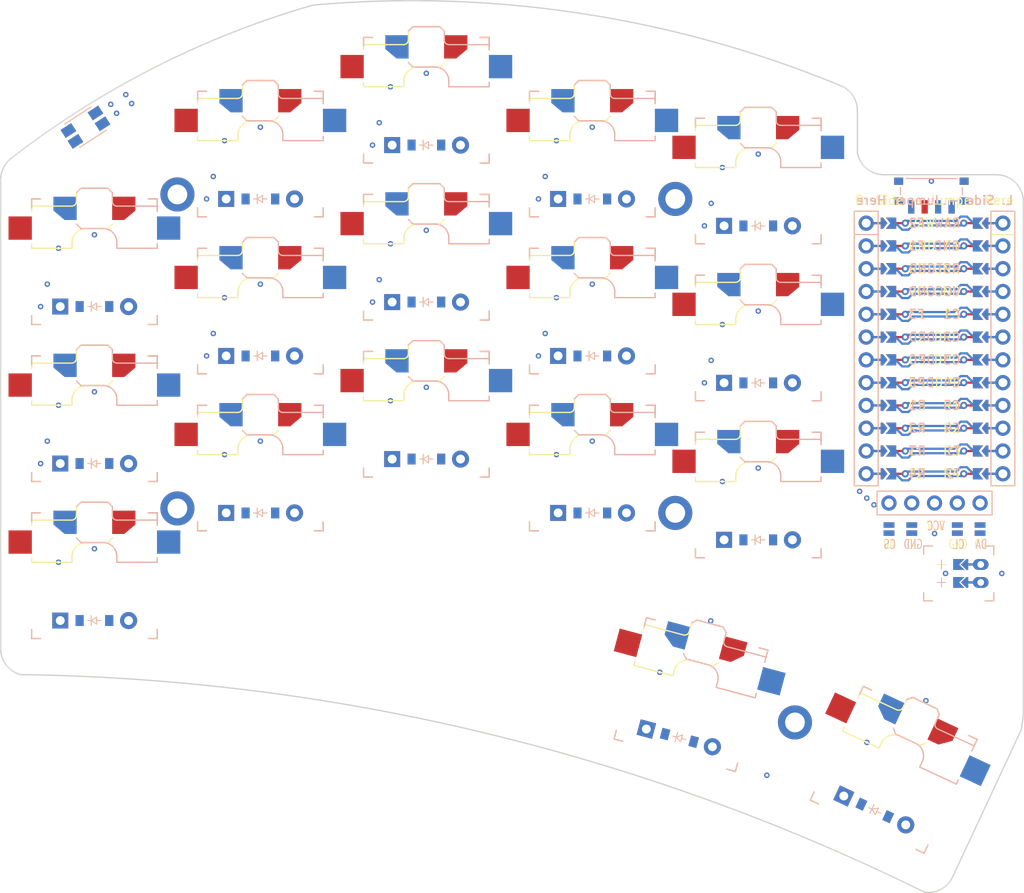
<source format=kicad_pcb>
(kicad_pcb (version 20171130) (host pcbnew 5.1.6)
  (title_block (title snak) (rev 0.1) (company JackMatanky))
  (layers (0 F.Cu signal) (31 B.Cu signal) (34 B.Paste user) (35 F.Paste user) (36 B.SilkS user) (37 F.SilkS user) (38 B.Mask user) (39 F.Mask user) (44 Edge.Cuts user))
  (net 0 "")
  (net 1 "C1")
  (net 2 "pinky_bot")
  (net 3 "pinky_mid")
  (net 4 "pinky_top")
  (net 5 "C2")
  (net 6 "ring_bot")
  (net 7 "ring_mid")
  (net 8 "ring_top")
  (net 9 "C3")
  (net 10 "middle_bot")
  (net 11 "middle_mid")
  (net 12 "middle_top")
  (net 13 "C4")
  (net 14 "index_bot")
  (net 15 "index_mid")
  (net 16 "index_top")
  (net 17 "C5")
  (net 18 "inner_bot")
  (net 19 "inner_mid")
  (net 20 "inner_top")
  (net 21 "T1")
  (net 22 "out_home")
  (net 23 "T2")
  (net 24 "in_home")
  (net 25 "R3")
  (net 26 "R2")
  (net 27 "R1")
  (net 28 "R4")
  (net 29 "RAW")
  (net 30 "GND")
  (net 31 "RST")
  (net 32 "VCC")
  (net 33 "F4")
  (net 34 "F2")
  (net 35 "F1")
  (net 36 "F3")
  (net 37 "DPD")
  (net 38 "DPC")
  (net 39 "DPE")
  (net 40 "MCU1_24")
  (net 41 "MCU1_1")
  (net 42 "MCU1_23")
  (net 43 "MCU1_2")
  (net 44 "MCU1_22")
  (net 45 "MCU1_3")
  (net 46 "MCU1_21")
  (net 47 "MCU1_4")
  (net 48 "MCU1_20")
  (net 49 "MCU1_5")
  (net 50 "MCU1_19")
  (net 51 "MCU1_6")
  (net 52 "MCU1_18")
  (net 53 "MCU1_7")
  (net 54 "MCU1_17")
  (net 55 "MCU1_8")
  (net 56 "MCU1_16")
  (net 57 "MCU1_9")
  (net 58 "MCU1_15")
  (net 59 "MCU1_10")
  (net 60 "MCU1_14")
  (net 61 "MCU1_11")
  (net 62 "MCU1_13")
  (net 63 "MCU1_12")
  (net 64 "DISP1_1")
  (net 65 "DISP1_2")
  (net 66 "DISP1_4")
  (net 67 "DISP1_5")
  (net 68 "pos")
  (net 69 "JST1_1")
  (net 70 "JST1_2")
  (module PG1350 (layer F.Cu) (at 100 100 0)
    (fp_text reference "S1" hide)
    (pad "" np_thru_hole circle (at 0 0) (size 3.429 3.429) (drill 3.429) (layers *.Cu *.Mask))
    (pad "" np_thru_hole circle (at 5.5 0) (size 1.7018 1.7018) (drill 1.7018) (layers *.Cu *.Mask))
    (pad "" np_thru_hole circle (at -5.5 0) (size 1.7018 1.7018) (drill 1.7018) (layers *.Cu *.Mask))
    (pad "" np_thru_hole circle (at 0 -5.95) (size 3 3) (drill 3) (layers *.Cu *.Mask))
    (pad 1 smd custom (at -3.275 -5.95 0) (size 1 1) (layers B.Cu B.Paste B.Mask) (options (clearance outline) (anchor rect)) (primitives (gr_poly (pts (xy -1.3 -1.3) (xy -1.3 0.25) (xy -0.05 1.3) (xy 1.3 1.3) (xy 1.3 -1.3)) (width 0))) (net 1 "C1"))
    (pad 2 smd rect (at 8.275 -3.75 0) (size 2.6 2.6) (layers B.Cu B.Paste B.Mask) (net 2 "pinky_bot"))
    (pad "" np_thru_hole circle (at 5 -3.75 195) (size 3 3) (drill 3) (layers *.Cu *.Mask))
    (pad 1 connect custom (at 3.275 -5.95 0) (size 0.5 0.5) (layers F.Cu F.Mask) (options (clearance outline) (anchor rect)) (primitives (gr_poly (pts (xy -1.3 -1.3) (xy -1.3 1.3) (xy 0.05 1.3) (xy 1.3 0.25) (xy 1.3 -1.3)) (width 0))) (net 1 "C1"))
    (pad 2 smd rect (at -8.275 -3.75 0) (size 2.6 2.6) (layers F.Cu F.Paste F.Mask) (net 2 "pinky_bot"))
    (pad "" np_thru_hole circle (at -5 -3.75 195) (size 3 3) (drill 3) (layers *.Cu *.Mask))
  )
  (module PG1350 (layer F.Cu) (at 100 82.5 0)
    (fp_text reference "S2" hide)
    (pad "" np_thru_hole circle (at 0 0) (size 3.429 3.429) (drill 3.429) (layers *.Cu *.Mask))
    (pad "" np_thru_hole circle (at 5.5 0) (size 1.7018 1.7018) (drill 1.7018) (layers *.Cu *.Mask))
    (pad "" np_thru_hole circle (at -5.5 0) (size 1.7018 1.7018) (drill 1.7018) (layers *.Cu *.Mask))
    (pad "" np_thru_hole circle (at 0 -5.95) (size 3 3) (drill 3) (layers *.Cu *.Mask))
    (pad 1 smd custom (at -3.275 -5.95 0) (size 1 1) (layers B.Cu B.Paste B.Mask) (options (clearance outline) (anchor rect)) (primitives (gr_poly (pts (xy -1.3 -1.3) (xy -1.3 0.25) (xy -0.05 1.3) (xy 1.3 1.3) (xy 1.3 -1.3)) (width 0))) (net 1 "C1"))
    (pad 2 smd rect (at 8.275 -3.75 0) (size 2.6 2.6) (layers B.Cu B.Paste B.Mask) (net 3 "pinky_mid"))
    (pad "" np_thru_hole circle (at 5 -3.75 195) (size 3 3) (drill 3) (layers *.Cu *.Mask))
    (pad 1 connect custom (at 3.275 -5.95 0) (size 0.5 0.5) (layers F.Cu F.Mask) (options (clearance outline) (anchor rect)) (primitives (gr_poly (pts (xy -1.3 -1.3) (xy -1.3 1.3) (xy 0.05 1.3) (xy 1.3 0.25) (xy 1.3 -1.3)) (width 0))) (net 1 "C1"))
    (pad 2 smd rect (at -8.275 -3.75 0) (size 2.6 2.6) (layers F.Cu F.Paste F.Mask) (net 3 "pinky_mid"))
    (pad "" np_thru_hole circle (at -5 -3.75 195) (size 3 3) (drill 3) (layers *.Cu *.Mask))
  )
  (module PG1350 (layer F.Cu) (at 100 65 0)
    (fp_text reference "S3" hide)
    (pad "" np_thru_hole circle (at 0 0) (size 3.429 3.429) (drill 3.429) (layers *.Cu *.Mask))
    (pad "" np_thru_hole circle (at 5.5 0) (size 1.7018 1.7018) (drill 1.7018) (layers *.Cu *.Mask))
    (pad "" np_thru_hole circle (at -5.5 0) (size 1.7018 1.7018) (drill 1.7018) (layers *.Cu *.Mask))
    (pad "" np_thru_hole circle (at 0 -5.95) (size 3 3) (drill 3) (layers *.Cu *.Mask))
    (pad 1 smd custom (at -3.275 -5.95 0) (size 1 1) (layers B.Cu B.Paste B.Mask) (options (clearance outline) (anchor rect)) (primitives (gr_poly (pts (xy -1.3 -1.3) (xy -1.3 0.25) (xy -0.05 1.3) (xy 1.3 1.3) (xy 1.3 -1.3)) (width 0))) (net 1 "C1"))
    (pad 2 smd rect (at 8.275 -3.75 0) (size 2.6 2.6) (layers B.Cu B.Paste B.Mask) (net 4 "pinky_top"))
    (pad "" np_thru_hole circle (at 5 -3.75 195) (size 3 3) (drill 3) (layers *.Cu *.Mask))
    (pad 1 connect custom (at 3.275 -5.95 0) (size 0.5 0.5) (layers F.Cu F.Mask) (options (clearance outline) (anchor rect)) (primitives (gr_poly (pts (xy -1.3 -1.3) (xy -1.3 1.3) (xy 0.05 1.3) (xy 1.3 0.25) (xy 1.3 -1.3)) (width 0))) (net 1 "C1"))
    (pad 2 smd rect (at -8.275 -3.75 0) (size 2.6 2.6) (layers F.Cu F.Paste F.Mask) (net 4 "pinky_top"))
    (pad "" np_thru_hole circle (at -5 -3.75 195) (size 3 3) (drill 3) (layers *.Cu *.Mask))
  )
  (module PG1350 (layer F.Cu) (at 118.5 88 0)
    (fp_text reference "S4" hide)
    (pad "" np_thru_hole circle (at 0 0) (size 3.429 3.429) (drill 3.429) (layers *.Cu *.Mask))
    (pad "" np_thru_hole circle (at 5.5 0) (size 1.7018 1.7018) (drill 1.7018) (layers *.Cu *.Mask))
    (pad "" np_thru_hole circle (at -5.5 0) (size 1.7018 1.7018) (drill 1.7018) (layers *.Cu *.Mask))
    (pad "" np_thru_hole circle (at 0 -5.95) (size 3 3) (drill 3) (layers *.Cu *.Mask))
    (pad 1 smd custom (at -3.275 -5.95 0) (size 1 1) (layers B.Cu B.Paste B.Mask) (options (clearance outline) (anchor rect)) (primitives (gr_poly (pts (xy -1.3 -1.3) (xy -1.3 0.25) (xy -0.05 1.3) (xy 1.3 1.3) (xy 1.3 -1.3)) (width 0))) (net 5 "C2"))
    (pad 2 smd rect (at 8.275 -3.75 0) (size 2.6 2.6) (layers B.Cu B.Paste B.Mask) (net 6 "ring_bot"))
    (pad "" np_thru_hole circle (at 5 -3.75 195) (size 3 3) (drill 3) (layers *.Cu *.Mask))
    (pad 1 connect custom (at 3.275 -5.95 0) (size 0.5 0.5) (layers F.Cu F.Mask) (options (clearance outline) (anchor rect)) (primitives (gr_poly (pts (xy -1.3 -1.3) (xy -1.3 1.3) (xy 0.05 1.3) (xy 1.3 0.25) (xy 1.3 -1.3)) (width 0))) (net 5 "C2"))
    (pad 2 smd rect (at -8.275 -3.75 0) (size 2.6 2.6) (layers F.Cu F.Paste F.Mask) (net 6 "ring_bot"))
    (pad "" np_thru_hole circle (at -5 -3.75 195) (size 3 3) (drill 3) (layers *.Cu *.Mask))
  )
  (module PG1350 (layer F.Cu) (at 118.5 70.5 0)
    (fp_text reference "S5" hide)
    (pad "" np_thru_hole circle (at 0 0) (size 3.429 3.429) (drill 3.429) (layers *.Cu *.Mask))
    (pad "" np_thru_hole circle (at 5.5 0) (size 1.7018 1.7018) (drill 1.7018) (layers *.Cu *.Mask))
    (pad "" np_thru_hole circle (at -5.5 0) (size 1.7018 1.7018) (drill 1.7018) (layers *.Cu *.Mask))
    (pad "" np_thru_hole circle (at 0 -5.95) (size 3 3) (drill 3) (layers *.Cu *.Mask))
    (pad 1 smd custom (at -3.275 -5.95 0) (size 1 1) (layers B.Cu B.Paste B.Mask) (options (clearance outline) (anchor rect)) (primitives (gr_poly (pts (xy -1.3 -1.3) (xy -1.3 0.25) (xy -0.05 1.3) (xy 1.3 1.3) (xy 1.3 -1.3)) (width 0))) (net 5 "C2"))
    (pad 2 smd rect (at 8.275 -3.75 0) (size 2.6 2.6) (layers B.Cu B.Paste B.Mask) (net 7 "ring_mid"))
    (pad "" np_thru_hole circle (at 5 -3.75 195) (size 3 3) (drill 3) (layers *.Cu *.Mask))
    (pad 1 connect custom (at 3.275 -5.95 0) (size 0.5 0.5) (layers F.Cu F.Mask) (options (clearance outline) (anchor rect)) (primitives (gr_poly (pts (xy -1.3 -1.3) (xy -1.3 1.3) (xy 0.05 1.3) (xy 1.3 0.25) (xy 1.3 -1.3)) (width 0))) (net 5 "C2"))
    (pad 2 smd rect (at -8.275 -3.75 0) (size 2.6 2.6) (layers F.Cu F.Paste F.Mask) (net 7 "ring_mid"))
    (pad "" np_thru_hole circle (at -5 -3.75 195) (size 3 3) (drill 3) (layers *.Cu *.Mask))
  )
  (module PG1350 (layer F.Cu) (at 118.5 53 0)
    (fp_text reference "S6" hide)
    (pad "" np_thru_hole circle (at 0 0) (size 3.429 3.429) (drill 3.429) (layers *.Cu *.Mask))
    (pad "" np_thru_hole circle (at 5.5 0) (size 1.7018 1.7018) (drill 1.7018) (layers *.Cu *.Mask))
    (pad "" np_thru_hole circle (at -5.5 0) (size 1.7018 1.7018) (drill 1.7018) (layers *.Cu *.Mask))
    (pad "" np_thru_hole circle (at 0 -5.95) (size 3 3) (drill 3) (layers *.Cu *.Mask))
    (pad 1 smd custom (at -3.275 -5.95 0) (size 1 1) (layers B.Cu B.Paste B.Mask) (options (clearance outline) (anchor rect)) (primitives (gr_poly (pts (xy -1.3 -1.3) (xy -1.3 0.25) (xy -0.05 1.3) (xy 1.3 1.3) (xy 1.3 -1.3)) (width 0))) (net 5 "C2"))
    (pad 2 smd rect (at 8.275 -3.75 0) (size 2.6 2.6) (layers B.Cu B.Paste B.Mask) (net 8 "ring_top"))
    (pad "" np_thru_hole circle (at 5 -3.75 195) (size 3 3) (drill 3) (layers *.Cu *.Mask))
    (pad 1 connect custom (at 3.275 -5.95 0) (size 0.5 0.5) (layers F.Cu F.Mask) (options (clearance outline) (anchor rect)) (primitives (gr_poly (pts (xy -1.3 -1.3) (xy -1.3 1.3) (xy 0.05 1.3) (xy 1.3 0.25) (xy 1.3 -1.3)) (width 0))) (net 5 "C2"))
    (pad 2 smd rect (at -8.275 -3.75 0) (size 2.6 2.6) (layers F.Cu F.Paste F.Mask) (net 8 "ring_top"))
    (pad "" np_thru_hole circle (at -5 -3.75 195) (size 3 3) (drill 3) (layers *.Cu *.Mask))
  )
  (module PG1350 (layer F.Cu) (at 137 82 0)
    (fp_text reference "S7" hide)
    (pad "" np_thru_hole circle (at 0 0) (size 3.429 3.429) (drill 3.429) (layers *.Cu *.Mask))
    (pad "" np_thru_hole circle (at 5.5 0) (size 1.7018 1.7018) (drill 1.7018) (layers *.Cu *.Mask))
    (pad "" np_thru_hole circle (at -5.5 0) (size 1.7018 1.7018) (drill 1.7018) (layers *.Cu *.Mask))
    (pad "" np_thru_hole circle (at 0 -5.95) (size 3 3) (drill 3) (layers *.Cu *.Mask))
    (pad 1 smd custom (at -3.275 -5.95 0) (size 1 1) (layers B.Cu B.Paste B.Mask) (options (clearance outline) (anchor rect)) (primitives (gr_poly (pts (xy -1.3 -1.3) (xy -1.3 0.25) (xy -0.05 1.3) (xy 1.3 1.3) (xy 1.3 -1.3)) (width 0))) (net 9 "C3"))
    (pad 2 smd rect (at 8.275 -3.75 0) (size 2.6 2.6) (layers B.Cu B.Paste B.Mask) (net 10 "middle_bot"))
    (pad "" np_thru_hole circle (at 5 -3.75 195) (size 3 3) (drill 3) (layers *.Cu *.Mask))
    (pad 1 connect custom (at 3.275 -5.95 0) (size 0.5 0.5) (layers F.Cu F.Mask) (options (clearance outline) (anchor rect)) (primitives (gr_poly (pts (xy -1.3 -1.3) (xy -1.3 1.3) (xy 0.05 1.3) (xy 1.3 0.25) (xy 1.3 -1.3)) (width 0))) (net 9 "C3"))
    (pad 2 smd rect (at -8.275 -3.75 0) (size 2.6 2.6) (layers F.Cu F.Paste F.Mask) (net 10 "middle_bot"))
    (pad "" np_thru_hole circle (at -5 -3.75 195) (size 3 3) (drill 3) (layers *.Cu *.Mask))
  )
  (module PG1350 (layer F.Cu) (at 137 64.5 0)
    (fp_text reference "S8" hide)
    (pad "" np_thru_hole circle (at 0 0) (size 3.429 3.429) (drill 3.429) (layers *.Cu *.Mask))
    (pad "" np_thru_hole circle (at 5.5 0) (size 1.7018 1.7018) (drill 1.7018) (layers *.Cu *.Mask))
    (pad "" np_thru_hole circle (at -5.5 0) (size 1.7018 1.7018) (drill 1.7018) (layers *.Cu *.Mask))
    (pad "" np_thru_hole circle (at 0 -5.95) (size 3 3) (drill 3) (layers *.Cu *.Mask))
    (pad 1 smd custom (at -3.275 -5.95 0) (size 1 1) (layers B.Cu B.Paste B.Mask) (options (clearance outline) (anchor rect)) (primitives (gr_poly (pts (xy -1.3 -1.3) (xy -1.3 0.25) (xy -0.05 1.3) (xy 1.3 1.3) (xy 1.3 -1.3)) (width 0))) (net 9 "C3"))
    (pad 2 smd rect (at 8.275 -3.75 0) (size 2.6 2.6) (layers B.Cu B.Paste B.Mask) (net 11 "middle_mid"))
    (pad "" np_thru_hole circle (at 5 -3.75 195) (size 3 3) (drill 3) (layers *.Cu *.Mask))
    (pad 1 connect custom (at 3.275 -5.95 0) (size 0.5 0.5) (layers F.Cu F.Mask) (options (clearance outline) (anchor rect)) (primitives (gr_poly (pts (xy -1.3 -1.3) (xy -1.3 1.3) (xy 0.05 1.3) (xy 1.3 0.25) (xy 1.3 -1.3)) (width 0))) (net 9 "C3"))
    (pad 2 smd rect (at -8.275 -3.75 0) (size 2.6 2.6) (layers F.Cu F.Paste F.Mask) (net 11 "middle_mid"))
    (pad "" np_thru_hole circle (at -5 -3.75 195) (size 3 3) (drill 3) (layers *.Cu *.Mask))
  )
  (module PG1350 (layer F.Cu) (at 137 47 0)
    (fp_text reference "S9" hide)
    (pad "" np_thru_hole circle (at 0 0) (size 3.429 3.429) (drill 3.429) (layers *.Cu *.Mask))
    (pad "" np_thru_hole circle (at 5.5 0) (size 1.7018 1.7018) (drill 1.7018) (layers *.Cu *.Mask))
    (pad "" np_thru_hole circle (at -5.5 0) (size 1.7018 1.7018) (drill 1.7018) (layers *.Cu *.Mask))
    (pad "" np_thru_hole circle (at 0 -5.95) (size 3 3) (drill 3) (layers *.Cu *.Mask))
    (pad 1 smd custom (at -3.275 -5.95 0) (size 1 1) (layers B.Cu B.Paste B.Mask) (options (clearance outline) (anchor rect)) (primitives (gr_poly (pts (xy -1.3 -1.3) (xy -1.3 0.25) (xy -0.05 1.3) (xy 1.3 1.3) (xy 1.3 -1.3)) (width 0))) (net 9 "C3"))
    (pad 2 smd rect (at 8.275 -3.75 0) (size 2.6 2.6) (layers B.Cu B.Paste B.Mask) (net 12 "middle_top"))
    (pad "" np_thru_hole circle (at 5 -3.75 195) (size 3 3) (drill 3) (layers *.Cu *.Mask))
    (pad 1 connect custom (at 3.275 -5.95 0) (size 0.5 0.5) (layers F.Cu F.Mask) (options (clearance outline) (anchor rect)) (primitives (gr_poly (pts (xy -1.3 -1.3) (xy -1.3 1.3) (xy 0.05 1.3) (xy 1.3 0.25) (xy 1.3 -1.3)) (width 0))) (net 9 "C3"))
    (pad 2 smd rect (at -8.275 -3.75 0) (size 2.6 2.6) (layers F.Cu F.Paste F.Mask) (net 12 "middle_top"))
    (pad "" np_thru_hole circle (at -5 -3.75 195) (size 3 3) (drill 3) (layers *.Cu *.Mask))
  )
  (module PG1350 (layer F.Cu) (at 155.5 88 0)
    (fp_text reference "S10" hide)
    (pad "" np_thru_hole circle (at 0 0) (size 3.429 3.429) (drill 3.429) (layers *.Cu *.Mask))
    (pad "" np_thru_hole circle (at 5.5 0) (size 1.7018 1.7018) (drill 1.7018) (layers *.Cu *.Mask))
    (pad "" np_thru_hole circle (at -5.5 0) (size 1.7018 1.7018) (drill 1.7018) (layers *.Cu *.Mask))
    (pad "" np_thru_hole circle (at 0 -5.95) (size 3 3) (drill 3) (layers *.Cu *.Mask))
    (pad 1 smd custom (at -3.275 -5.95 0) (size 1 1) (layers B.Cu B.Paste B.Mask) (options (clearance outline) (anchor rect)) (primitives (gr_poly (pts (xy -1.3 -1.3) (xy -1.3 0.25) (xy -0.05 1.3) (xy 1.3 1.3) (xy 1.3 -1.3)) (width 0))) (net 13 "C4"))
    (pad 2 smd rect (at 8.275 -3.75 0) (size 2.6 2.6) (layers B.Cu B.Paste B.Mask) (net 14 "index_bot"))
    (pad "" np_thru_hole circle (at 5 -3.75 195) (size 3 3) (drill 3) (layers *.Cu *.Mask))
    (pad 1 connect custom (at 3.275 -5.95 0) (size 0.5 0.5) (layers F.Cu F.Mask) (options (clearance outline) (anchor rect)) (primitives (gr_poly (pts (xy -1.3 -1.3) (xy -1.3 1.3) (xy 0.05 1.3) (xy 1.3 0.25) (xy 1.3 -1.3)) (width 0))) (net 13 "C4"))
    (pad 2 smd rect (at -8.275 -3.75 0) (size 2.6 2.6) (layers F.Cu F.Paste F.Mask) (net 14 "index_bot"))
    (pad "" np_thru_hole circle (at -5 -3.75 195) (size 3 3) (drill 3) (layers *.Cu *.Mask))
  )
  (module PG1350 (layer F.Cu) (at 155.5 70.5 0)
    (fp_text reference "S11" hide)
    (pad "" np_thru_hole circle (at 0 0) (size 3.429 3.429) (drill 3.429) (layers *.Cu *.Mask))
    (pad "" np_thru_hole circle (at 5.5 0) (size 1.7018 1.7018) (drill 1.7018) (layers *.Cu *.Mask))
    (pad "" np_thru_hole circle (at -5.5 0) (size 1.7018 1.7018) (drill 1.7018) (layers *.Cu *.Mask))
    (pad "" np_thru_hole circle (at 0 -5.95) (size 3 3) (drill 3) (layers *.Cu *.Mask))
    (pad 1 smd custom (at -3.275 -5.95 0) (size 1 1) (layers B.Cu B.Paste B.Mask) (options (clearance outline) (anchor rect)) (primitives (gr_poly (pts (xy -1.3 -1.3) (xy -1.3 0.25) (xy -0.05 1.3) (xy 1.3 1.3) (xy 1.3 -1.3)) (width 0))) (net 13 "C4"))
    (pad 2 smd rect (at 8.275 -3.75 0) (size 2.6 2.6) (layers B.Cu B.Paste B.Mask) (net 15 "index_mid"))
    (pad "" np_thru_hole circle (at 5 -3.75 195) (size 3 3) (drill 3) (layers *.Cu *.Mask))
    (pad 1 connect custom (at 3.275 -5.95 0) (size 0.5 0.5) (layers F.Cu F.Mask) (options (clearance outline) (anchor rect)) (primitives (gr_poly (pts (xy -1.3 -1.3) (xy -1.3 1.3) (xy 0.05 1.3) (xy 1.3 0.25) (xy 1.3 -1.3)) (width 0))) (net 13 "C4"))
    (pad 2 smd rect (at -8.275 -3.75 0) (size 2.6 2.6) (layers F.Cu F.Paste F.Mask) (net 15 "index_mid"))
    (pad "" np_thru_hole circle (at -5 -3.75 195) (size 3 3) (drill 3) (layers *.Cu *.Mask))
  )
  (module PG1350 (layer F.Cu) (at 155.5 53 0)
    (fp_text reference "S12" hide)
    (pad "" np_thru_hole circle (at 0 0) (size 3.429 3.429) (drill 3.429) (layers *.Cu *.Mask))
    (pad "" np_thru_hole circle (at 5.5 0) (size 1.7018 1.7018) (drill 1.7018) (layers *.Cu *.Mask))
    (pad "" np_thru_hole circle (at -5.5 0) (size 1.7018 1.7018) (drill 1.7018) (layers *.Cu *.Mask))
    (pad "" np_thru_hole circle (at 0 -5.95) (size 3 3) (drill 3) (layers *.Cu *.Mask))
    (pad 1 smd custom (at -3.275 -5.95 0) (size 1 1) (layers B.Cu B.Paste B.Mask) (options (clearance outline) (anchor rect)) (primitives (gr_poly (pts (xy -1.3 -1.3) (xy -1.3 0.25) (xy -0.05 1.3) (xy 1.3 1.3) (xy 1.3 -1.3)) (width 0))) (net 13 "C4"))
    (pad 2 smd rect (at 8.275 -3.75 0) (size 2.6 2.6) (layers B.Cu B.Paste B.Mask) (net 16 "index_top"))
    (pad "" np_thru_hole circle (at 5 -3.75 195) (size 3 3) (drill 3) (layers *.Cu *.Mask))
    (pad 1 connect custom (at 3.275 -5.95 0) (size 0.5 0.5) (layers F.Cu F.Mask) (options (clearance outline) (anchor rect)) (primitives (gr_poly (pts (xy -1.3 -1.3) (xy -1.3 1.3) (xy 0.05 1.3) (xy 1.3 0.25) (xy 1.3 -1.3)) (width 0))) (net 13 "C4"))
    (pad 2 smd rect (at -8.275 -3.75 0) (size 2.6 2.6) (layers F.Cu F.Paste F.Mask) (net 16 "index_top"))
    (pad "" np_thru_hole circle (at -5 -3.75 195) (size 3 3) (drill 3) (layers *.Cu *.Mask))
  )
  (module PG1350 (layer F.Cu) (at 174 91 0)
    (fp_text reference "S13" hide)
    (pad "" np_thru_hole circle (at 0 0) (size 3.429 3.429) (drill 3.429) (layers *.Cu *.Mask))
    (pad "" np_thru_hole circle (at 5.5 0) (size 1.7018 1.7018) (drill 1.7018) (layers *.Cu *.Mask))
    (pad "" np_thru_hole circle (at -5.5 0) (size 1.7018 1.7018) (drill 1.7018) (layers *.Cu *.Mask))
    (pad "" np_thru_hole circle (at 0 -5.95) (size 3 3) (drill 3) (layers *.Cu *.Mask))
    (pad 1 smd custom (at -3.275 -5.95 0) (size 1 1) (layers B.Cu B.Paste B.Mask) (options (clearance outline) (anchor rect)) (primitives (gr_poly (pts (xy -1.3 -1.3) (xy -1.3 0.25) (xy -0.05 1.3) (xy 1.3 1.3) (xy 1.3 -1.3)) (width 0))) (net 17 "C5"))
    (pad 2 smd rect (at 8.275 -3.75 0) (size 2.6 2.6) (layers B.Cu B.Paste B.Mask) (net 18 "inner_bot"))
    (pad "" np_thru_hole circle (at 5 -3.75 195) (size 3 3) (drill 3) (layers *.Cu *.Mask))
    (pad 1 connect custom (at 3.275 -5.95 0) (size 0.5 0.5) (layers F.Cu F.Mask) (options (clearance outline) (anchor rect)) (primitives (gr_poly (pts (xy -1.3 -1.3) (xy -1.3 1.3) (xy 0.05 1.3) (xy 1.3 0.25) (xy 1.3 -1.3)) (width 0))) (net 17 "C5"))
    (pad 2 smd rect (at -8.275 -3.75 0) (size 2.6 2.6) (layers F.Cu F.Paste F.Mask) (net 18 "inner_bot"))
    (pad "" np_thru_hole circle (at -5 -3.75 195) (size 3 3) (drill 3) (layers *.Cu *.Mask))
  )
  (module PG1350 (layer F.Cu) (at 174 73.5 0)
    (fp_text reference "S14" hide)
    (pad "" np_thru_hole circle (at 0 0) (size 3.429 3.429) (drill 3.429) (layers *.Cu *.Mask))
    (pad "" np_thru_hole circle (at 5.5 0) (size 1.7018 1.7018) (drill 1.7018) (layers *.Cu *.Mask))
    (pad "" np_thru_hole circle (at -5.5 0) (size 1.7018 1.7018) (drill 1.7018) (layers *.Cu *.Mask))
    (pad "" np_thru_hole circle (at 0 -5.95) (size 3 3) (drill 3) (layers *.Cu *.Mask))
    (pad 1 smd custom (at -3.275 -5.95 0) (size 1 1) (layers B.Cu B.Paste B.Mask) (options (clearance outline) (anchor rect)) (primitives (gr_poly (pts (xy -1.3 -1.3) (xy -1.3 0.25) (xy -0.05 1.3) (xy 1.3 1.3) (xy 1.3 -1.3)) (width 0))) (net 17 "C5"))
    (pad 2 smd rect (at 8.275 -3.75 0) (size 2.6 2.6) (layers B.Cu B.Paste B.Mask) (net 19 "inner_mid"))
    (pad "" np_thru_hole circle (at 5 -3.75 195) (size 3 3) (drill 3) (layers *.Cu *.Mask))
    (pad 1 connect custom (at 3.275 -5.95 0) (size 0.5 0.5) (layers F.Cu F.Mask) (options (clearance outline) (anchor rect)) (primitives (gr_poly (pts (xy -1.3 -1.3) (xy -1.3 1.3) (xy 0.05 1.3) (xy 1.3 0.25) (xy 1.3 -1.3)) (width 0))) (net 17 "C5"))
    (pad 2 smd rect (at -8.275 -3.75 0) (size 2.6 2.6) (layers F.Cu F.Paste F.Mask) (net 19 "inner_mid"))
    (pad "" np_thru_hole circle (at -5 -3.75 195) (size 3 3) (drill 3) (layers *.Cu *.Mask))
  )
  (module PG1350 (layer F.Cu) (at 174 56 0)
    (fp_text reference "S15" hide)
    (pad "" np_thru_hole circle (at 0 0) (size 3.429 3.429) (drill 3.429) (layers *.Cu *.Mask))
    (pad "" np_thru_hole circle (at 5.5 0) (size 1.7018 1.7018) (drill 1.7018) (layers *.Cu *.Mask))
    (pad "" np_thru_hole circle (at -5.5 0) (size 1.7018 1.7018) (drill 1.7018) (layers *.Cu *.Mask))
    (pad "" np_thru_hole circle (at 0 -5.95) (size 3 3) (drill 3) (layers *.Cu *.Mask))
    (pad 1 smd custom (at -3.275 -5.95 0) (size 1 1) (layers B.Cu B.Paste B.Mask) (options (clearance outline) (anchor rect)) (primitives (gr_poly (pts (xy -1.3 -1.3) (xy -1.3 0.25) (xy -0.05 1.3) (xy 1.3 1.3) (xy 1.3 -1.3)) (width 0))) (net 17 "C5"))
    (pad 2 smd rect (at 8.275 -3.75 0) (size 2.6 2.6) (layers B.Cu B.Paste B.Mask) (net 20 "inner_top"))
    (pad "" np_thru_hole circle (at 5 -3.75 195) (size 3 3) (drill 3) (layers *.Cu *.Mask))
    (pad 1 connect custom (at 3.275 -5.95 0) (size 0.5 0.5) (layers F.Cu F.Mask) (options (clearance outline) (anchor rect)) (primitives (gr_poly (pts (xy -1.3 -1.3) (xy -1.3 1.3) (xy 0.05 1.3) (xy 1.3 0.25) (xy 1.3 -1.3)) (width 0))) (net 17 "C5"))
    (pad 2 smd rect (at -8.275 -3.75 0) (size 2.6 2.6) (layers F.Cu F.Paste F.Mask) (net 20 "inner_top"))
    (pad "" np_thru_hole circle (at -5 -3.75 195) (size 3 3) (drill 3) (layers *.Cu *.Mask))
  )
  (module PG1350 (layer F.Cu) (at 166.5 113.25 -15)
    (fp_text reference "S16" hide)
    (pad "" np_thru_hole circle (at 0 0) (size 3.429 3.429) (drill 3.429) (layers *.Cu *.Mask))
    (pad "" np_thru_hole circle (at 5.5 0) (size 1.7018 1.7018) (drill 1.7018) (layers *.Cu *.Mask))
    (pad "" np_thru_hole circle (at -5.5 0) (size 1.7018 1.7018) (drill 1.7018) (layers *.Cu *.Mask))
    (pad "" np_thru_hole circle (at 0 -5.95) (size 3 3) (drill 3) (layers *.Cu *.Mask))
    (pad 1 smd custom (at -3.275 -5.95 -15) (size 1 1) (layers B.Cu B.Paste B.Mask) (options (clearance outline) (anchor rect)) (primitives (gr_poly (pts (xy -1.3 -1.3) (xy -1.3 0.25) (xy -0.05 1.3) (xy 1.3 1.3) (xy 1.3 -1.3)) (width 0))) (net 21 "T1"))
    (pad 2 smd rect (at 8.275 -3.75 -15) (size 2.6 2.6) (layers B.Cu B.Paste B.Mask) (net 22 "out_home"))
    (pad "" np_thru_hole circle (at 5 -3.75 195) (size 3 3) (drill 3) (layers *.Cu *.Mask))
    (pad 1 connect custom (at 3.275 -5.95 -15) (size 0.5 0.5) (layers F.Cu F.Mask) (options (clearance outline) (anchor rect)) (primitives (gr_poly (pts (xy -1.3 -1.3) (xy -1.3 1.3) (xy 0.05 1.3) (xy 1.3 0.25) (xy 1.3 -1.3)) (width 0))) (net 21 "T1"))
    (pad 2 smd rect (at -8.275 -3.75 -15) (size 2.6 2.6) (layers F.Cu F.Paste F.Mask) (net 22 "out_home"))
    (pad "" np_thru_hole circle (at -5 -3.75 195) (size 3 3) (drill 3) (layers *.Cu *.Mask))
  )
  (module PG1350 (layer F.Cu) (at 189.099877 121.6349902 -25)
    (fp_text reference "S17" hide)
    (pad "" np_thru_hole circle (at 0 0) (size 3.429 3.429) (drill 3.429) (layers *.Cu *.Mask))
    (pad "" np_thru_hole circle (at 5.5 0) (size 1.7018 1.7018) (drill 1.7018) (layers *.Cu *.Mask))
    (pad "" np_thru_hole circle (at -5.5 0) (size 1.7018 1.7018) (drill 1.7018) (layers *.Cu *.Mask))
    (pad "" np_thru_hole circle (at 0 -5.95) (size 3 3) (drill 3) (layers *.Cu *.Mask))
    (pad 1 smd custom (at -3.275 -5.95 -25) (size 1 1) (layers B.Cu B.Paste B.Mask) (options (clearance outline) (anchor rect)) (primitives (gr_poly (pts (xy -1.3 -1.3) (xy -1.3 0.25) (xy -0.05 1.3) (xy 1.3 1.3) (xy 1.3 -1.3)) (width 0))) (net 23 "T2"))
    (pad 2 smd rect (at 8.275 -3.75 -25) (size 2.6 2.6) (layers B.Cu B.Paste B.Mask) (net 24 "in_home"))
    (pad "" np_thru_hole circle (at 5 -3.75 195) (size 3 3) (drill 3) (layers *.Cu *.Mask))
    (pad 1 connect custom (at 3.275 -5.95 -25) (size 0.5 0.5) (layers F.Cu F.Mask) (options (clearance outline) (anchor rect)) (primitives (gr_poly (pts (xy -1.3 -1.3) (xy -1.3 1.3) (xy 0.05 1.3) (xy 1.3 0.25) (xy 1.3 -1.3)) (width 0))) (net 23 "T2"))
    (pad 2 smd rect (at -8.275 -3.75 -25) (size 2.6 2.6) (layers F.Cu F.Paste F.Mask) (net 24 "in_home"))
    (pad "" np_thru_hole circle (at -5 -3.75 195) (size 3 3) (drill 3) (layers *.Cu *.Mask))
  )
  (module ComboDiode (layer F.Cu) (at 100 105 0)
    (fp_text reference "D1" hide)
    (fp_text value "" hide)
    (pad 1 smd rect (at -1.65 0 0) (size 0.9 1.2) (layers F.Cu F.Paste F.Mask) (net 25 "R3"))
    (pad 2 smd rect (at 1.65 0 0) (size 0.9 1.2) (layers B.Cu B.Paste B.Mask) (net 2 "pinky_bot"))
    (pad 1 smd rect (at -1.65 0 0) (size 0.9 1.2) (layers B.Cu B.Paste B.Mask) (net 25 "R3"))
    (pad 2 smd rect (at 1.65 0 0) (size 0.9 1.2) (layers F.Cu F.Paste F.Mask) (net 2 "pinky_bot"))
    (pad 1 thru_hole rect (at -3.81 0 0) (size 1.778 1.778) (drill 0.9906) (layers *.Cu *.Mask) (net 25 "R3"))
    (pad 2 thru_hole circle (at 3.81 0 0) (size 1.905 1.905) (drill 0.9906) (layers *.Cu *.Mask) (net 2 "pinky_bot"))
  )
  (module ComboDiode (layer F.Cu) (at 100 87.5 0)
    (fp_text reference "D2" hide)
    (fp_text value "" hide)
    (pad 1 smd rect (at -1.65 0 0) (size 0.9 1.2) (layers F.Cu F.Paste F.Mask) (net 26 "R2"))
    (pad 2 smd rect (at 1.65 0 0) (size 0.9 1.2) (layers B.Cu B.Paste B.Mask) (net 3 "pinky_mid"))
    (pad 1 smd rect (at -1.65 0 0) (size 0.9 1.2) (layers B.Cu B.Paste B.Mask) (net 26 "R2"))
    (pad 2 smd rect (at 1.65 0 0) (size 0.9 1.2) (layers F.Cu F.Paste F.Mask) (net 3 "pinky_mid"))
    (pad 1 thru_hole rect (at -3.81 0 0) (size 1.778 1.778) (drill 0.9906) (layers *.Cu *.Mask) (net 26 "R2"))
    (pad 2 thru_hole circle (at 3.81 0 0) (size 1.905 1.905) (drill 0.9906) (layers *.Cu *.Mask) (net 3 "pinky_mid"))
  )
  (module ComboDiode (layer F.Cu) (at 100 70 0)
    (fp_text reference "D3" hide)
    (fp_text value "" hide)
    (pad 1 smd rect (at -1.65 0 0) (size 0.9 1.2) (layers F.Cu F.Paste F.Mask) (net 27 "R1"))
    (pad 2 smd rect (at 1.65 0 0) (size 0.9 1.2) (layers B.Cu B.Paste B.Mask) (net 4 "pinky_top"))
    (pad 1 smd rect (at -1.65 0 0) (size 0.9 1.2) (layers B.Cu B.Paste B.Mask) (net 27 "R1"))
    (pad 2 smd rect (at 1.65 0 0) (size 0.9 1.2) (layers F.Cu F.Paste F.Mask) (net 4 "pinky_top"))
    (pad 1 thru_hole rect (at -3.81 0 0) (size 1.778 1.778) (drill 0.9906) (layers *.Cu *.Mask) (net 27 "R1"))
    (pad 2 thru_hole circle (at 3.81 0 0) (size 1.905 1.905) (drill 0.9906) (layers *.Cu *.Mask) (net 4 "pinky_top"))
  )
  (module ComboDiode (layer F.Cu) (at 118.5 93 0)
    (fp_text reference "D4" hide)
    (fp_text value "" hide)
    (pad 1 smd rect (at -1.65 0 0) (size 0.9 1.2) (layers F.Cu F.Paste F.Mask) (net 25 "R3"))
    (pad 2 smd rect (at 1.65 0 0) (size 0.9 1.2) (layers B.Cu B.Paste B.Mask) (net 6 "ring_bot"))
    (pad 1 smd rect (at -1.65 0 0) (size 0.9 1.2) (layers B.Cu B.Paste B.Mask) (net 25 "R3"))
    (pad 2 smd rect (at 1.65 0 0) (size 0.9 1.2) (layers F.Cu F.Paste F.Mask) (net 6 "ring_bot"))
    (pad 1 thru_hole rect (at -3.81 0 0) (size 1.778 1.778) (drill 0.9906) (layers *.Cu *.Mask) (net 25 "R3"))
    (pad 2 thru_hole circle (at 3.81 0 0) (size 1.905 1.905) (drill 0.9906) (layers *.Cu *.Mask) (net 6 "ring_bot"))
  )
  (module ComboDiode (layer F.Cu) (at 118.5 75.5 0)
    (fp_text reference "D5" hide)
    (fp_text value "" hide)
    (pad 1 smd rect (at -1.65 0 0) (size 0.9 1.2) (layers F.Cu F.Paste F.Mask) (net 26 "R2"))
    (pad 2 smd rect (at 1.65 0 0) (size 0.9 1.2) (layers B.Cu B.Paste B.Mask) (net 7 "ring_mid"))
    (pad 1 smd rect (at -1.65 0 0) (size 0.9 1.2) (layers B.Cu B.Paste B.Mask) (net 26 "R2"))
    (pad 2 smd rect (at 1.65 0 0) (size 0.9 1.2) (layers F.Cu F.Paste F.Mask) (net 7 "ring_mid"))
    (pad 1 thru_hole rect (at -3.81 0 0) (size 1.778 1.778) (drill 0.9906) (layers *.Cu *.Mask) (net 26 "R2"))
    (pad 2 thru_hole circle (at 3.81 0 0) (size 1.905 1.905) (drill 0.9906) (layers *.Cu *.Mask) (net 7 "ring_mid"))
  )
  (module ComboDiode (layer F.Cu) (at 118.5 58 0)
    (fp_text reference "D6" hide)
    (fp_text value "" hide)
    (pad 1 smd rect (at -1.65 0 0) (size 0.9 1.2) (layers F.Cu F.Paste F.Mask) (net 27 "R1"))
    (pad 2 smd rect (at 1.65 0 0) (size 0.9 1.2) (layers B.Cu B.Paste B.Mask) (net 8 "ring_top"))
    (pad 1 smd rect (at -1.65 0 0) (size 0.9 1.2) (layers B.Cu B.Paste B.Mask) (net 27 "R1"))
    (pad 2 smd rect (at 1.65 0 0) (size 0.9 1.2) (layers F.Cu F.Paste F.Mask) (net 8 "ring_top"))
    (pad 1 thru_hole rect (at -3.81 0 0) (size 1.778 1.778) (drill 0.9906) (layers *.Cu *.Mask) (net 27 "R1"))
    (pad 2 thru_hole circle (at 3.81 0 0) (size 1.905 1.905) (drill 0.9906) (layers *.Cu *.Mask) (net 8 "ring_top"))
  )
  (module ComboDiode (layer F.Cu) (at 137 87 0)
    (fp_text reference "D7" hide)
    (fp_text value "" hide)
    (pad 1 smd rect (at -1.65 0 0) (size 0.9 1.2) (layers F.Cu F.Paste F.Mask) (net 25 "R3"))
    (pad 2 smd rect (at 1.65 0 0) (size 0.9 1.2) (layers B.Cu B.Paste B.Mask) (net 10 "middle_bot"))
    (pad 1 smd rect (at -1.65 0 0) (size 0.9 1.2) (layers B.Cu B.Paste B.Mask) (net 25 "R3"))
    (pad 2 smd rect (at 1.65 0 0) (size 0.9 1.2) (layers F.Cu F.Paste F.Mask) (net 10 "middle_bot"))
    (pad 1 thru_hole rect (at -3.81 0 0) (size 1.778 1.778) (drill 0.9906) (layers *.Cu *.Mask) (net 25 "R3"))
    (pad 2 thru_hole circle (at 3.81 0 0) (size 1.905 1.905) (drill 0.9906) (layers *.Cu *.Mask) (net 10 "middle_bot"))
  )
  (module ComboDiode (layer F.Cu) (at 137 69.5 0)
    (fp_text reference "D8" hide)
    (fp_text value "" hide)
    (pad 1 smd rect (at -1.65 0 0) (size 0.9 1.2) (layers F.Cu F.Paste F.Mask) (net 26 "R2"))
    (pad 2 smd rect (at 1.65 0 0) (size 0.9 1.2) (layers B.Cu B.Paste B.Mask) (net 11 "middle_mid"))
    (pad 1 smd rect (at -1.65 0 0) (size 0.9 1.2) (layers B.Cu B.Paste B.Mask) (net 26 "R2"))
    (pad 2 smd rect (at 1.65 0 0) (size 0.9 1.2) (layers F.Cu F.Paste F.Mask) (net 11 "middle_mid"))
    (pad 1 thru_hole rect (at -3.81 0 0) (size 1.778 1.778) (drill 0.9906) (layers *.Cu *.Mask) (net 26 "R2"))
    (pad 2 thru_hole circle (at 3.81 0 0) (size 1.905 1.905) (drill 0.9906) (layers *.Cu *.Mask) (net 11 "middle_mid"))
  )
  (module ComboDiode (layer F.Cu) (at 137 52 0)
    (fp_text reference "D9" hide)
    (fp_text value "" hide)
    (pad 1 smd rect (at -1.65 0 0) (size 0.9 1.2) (layers F.Cu F.Paste F.Mask) (net 27 "R1"))
    (pad 2 smd rect (at 1.65 0 0) (size 0.9 1.2) (layers B.Cu B.Paste B.Mask) (net 12 "middle_top"))
    (pad 1 smd rect (at -1.65 0 0) (size 0.9 1.2) (layers B.Cu B.Paste B.Mask) (net 27 "R1"))
    (pad 2 smd rect (at 1.65 0 0) (size 0.9 1.2) (layers F.Cu F.Paste F.Mask) (net 12 "middle_top"))
    (pad 1 thru_hole rect (at -3.81 0 0) (size 1.778 1.778) (drill 0.9906) (layers *.Cu *.Mask) (net 27 "R1"))
    (pad 2 thru_hole circle (at 3.81 0 0) (size 1.905 1.905) (drill 0.9906) (layers *.Cu *.Mask) (net 12 "middle_top"))
  )
  (module ComboDiode (layer F.Cu) (at 155.5 93 0)
    (fp_text reference "D10" hide)
    (fp_text value "" hide)
    (pad 1 smd rect (at -1.65 0 0) (size 0.9 1.2) (layers F.Cu F.Paste F.Mask) (net 25 "R3"))
    (pad 2 smd rect (at 1.65 0 0) (size 0.9 1.2) (layers B.Cu B.Paste B.Mask) (net 14 "index_bot"))
    (pad 1 smd rect (at -1.65 0 0) (size 0.9 1.2) (layers B.Cu B.Paste B.Mask) (net 25 "R3"))
    (pad 2 smd rect (at 1.65 0 0) (size 0.9 1.2) (layers F.Cu F.Paste F.Mask) (net 14 "index_bot"))
    (pad 1 thru_hole rect (at -3.81 0 0) (size 1.778 1.778) (drill 0.9906) (layers *.Cu *.Mask) (net 25 "R3"))
    (pad 2 thru_hole circle (at 3.81 0 0) (size 1.905 1.905) (drill 0.9906) (layers *.Cu *.Mask) (net 14 "index_bot"))
  )
  (module ComboDiode (layer F.Cu) (at 155.5 75.5 0)
    (fp_text reference "D11" hide)
    (fp_text value "" hide)
    (pad 1 smd rect (at -1.65 0 0) (size 0.9 1.2) (layers F.Cu F.Paste F.Mask) (net 26 "R2"))
    (pad 2 smd rect (at 1.65 0 0) (size 0.9 1.2) (layers B.Cu B.Paste B.Mask) (net 15 "index_mid"))
    (pad 1 smd rect (at -1.65 0 0) (size 0.9 1.2) (layers B.Cu B.Paste B.Mask) (net 26 "R2"))
    (pad 2 smd rect (at 1.65 0 0) (size 0.9 1.2) (layers F.Cu F.Paste F.Mask) (net 15 "index_mid"))
    (pad 1 thru_hole rect (at -3.81 0 0) (size 1.778 1.778) (drill 0.9906) (layers *.Cu *.Mask) (net 26 "R2"))
    (pad 2 thru_hole circle (at 3.81 0 0) (size 1.905 1.905) (drill 0.9906) (layers *.Cu *.Mask) (net 15 "index_mid"))
  )
  (module ComboDiode (layer F.Cu) (at 155.5 58 0)
    (fp_text reference "D12" hide)
    (fp_text value "" hide)
    (pad 1 smd rect (at -1.65 0 0) (size 0.9 1.2) (layers F.Cu F.Paste F.Mask) (net 27 "R1"))
    (pad 2 smd rect (at 1.65 0 0) (size 0.9 1.2) (layers B.Cu B.Paste B.Mask) (net 16 "index_top"))
    (pad 1 smd rect (at -1.65 0 0) (size 0.9 1.2) (layers B.Cu B.Paste B.Mask) (net 27 "R1"))
    (pad 2 smd rect (at 1.65 0 0) (size 0.9 1.2) (layers F.Cu F.Paste F.Mask) (net 16 "index_top"))
    (pad 1 thru_hole rect (at -3.81 0 0) (size 1.778 1.778) (drill 0.9906) (layers *.Cu *.Mask) (net 27 "R1"))
    (pad 2 thru_hole circle (at 3.81 0 0) (size 1.905 1.905) (drill 0.9906) (layers *.Cu *.Mask) (net 16 "index_top"))
  )
  (module ComboDiode (layer F.Cu) (at 174 96 0)
    (fp_text reference "D13" hide)
    (fp_text value "" hide)
    (pad 1 smd rect (at -1.65 0 0) (size 0.9 1.2) (layers F.Cu F.Paste F.Mask) (net 25 "R3"))
    (pad 2 smd rect (at 1.65 0 0) (size 0.9 1.2) (layers B.Cu B.Paste B.Mask) (net 18 "inner_bot"))
    (pad 1 smd rect (at -1.65 0 0) (size 0.9 1.2) (layers B.Cu B.Paste B.Mask) (net 25 "R3"))
    (pad 2 smd rect (at 1.65 0 0) (size 0.9 1.2) (layers F.Cu F.Paste F.Mask) (net 18 "inner_bot"))
    (pad 1 thru_hole rect (at -3.81 0 0) (size 1.778 1.778) (drill 0.9906) (layers *.Cu *.Mask) (net 25 "R3"))
    (pad 2 thru_hole circle (at 3.81 0 0) (size 1.905 1.905) (drill 0.9906) (layers *.Cu *.Mask) (net 18 "inner_bot"))
  )
  (module ComboDiode (layer F.Cu) (at 174 78.5 0)
    (fp_text reference "D14" hide)
    (fp_text value "" hide)
    (pad 1 smd rect (at -1.65 0 0) (size 0.9 1.2) (layers F.Cu F.Paste F.Mask) (net 26 "R2"))
    (pad 2 smd rect (at 1.65 0 0) (size 0.9 1.2) (layers B.Cu B.Paste B.Mask) (net 19 "inner_mid"))
    (pad 1 smd rect (at -1.65 0 0) (size 0.9 1.2) (layers B.Cu B.Paste B.Mask) (net 26 "R2"))
    (pad 2 smd rect (at 1.65 0 0) (size 0.9 1.2) (layers F.Cu F.Paste F.Mask) (net 19 "inner_mid"))
    (pad 1 thru_hole rect (at -3.81 0 0) (size 1.778 1.778) (drill 0.9906) (layers *.Cu *.Mask) (net 26 "R2"))
    (pad 2 thru_hole circle (at 3.81 0 0) (size 1.905 1.905) (drill 0.9906) (layers *.Cu *.Mask) (net 19 "inner_mid"))
  )
  (module ComboDiode (layer F.Cu) (at 174 61 0)
    (fp_text reference "D15" hide)
    (fp_text value "" hide)
    (pad 1 smd rect (at -1.65 0 0) (size 0.9 1.2) (layers F.Cu F.Paste F.Mask) (net 27 "R1"))
    (pad 2 smd rect (at 1.65 0 0) (size 0.9 1.2) (layers B.Cu B.Paste B.Mask) (net 20 "inner_top"))
    (pad 1 smd rect (at -1.65 0 0) (size 0.9 1.2) (layers B.Cu B.Paste B.Mask) (net 27 "R1"))
    (pad 2 smd rect (at 1.65 0 0) (size 0.9 1.2) (layers F.Cu F.Paste F.Mask) (net 20 "inner_top"))
    (pad 1 thru_hole rect (at -3.81 0 0) (size 1.778 1.778) (drill 0.9906) (layers *.Cu *.Mask) (net 27 "R1"))
    (pad 2 thru_hole circle (at 3.81 0 0) (size 1.905 1.905) (drill 0.9906) (layers *.Cu *.Mask) (net 20 "inner_top"))
  )
  (module ComboDiode (layer F.Cu) (at 165.2059048 118.0796291 -15)
    (fp_text reference "D16" hide)
    (fp_text value "" hide)
    (pad 1 smd rect (at -1.65 0 -15) (size 0.9 1.2) (layers F.Cu F.Paste F.Mask) (net 28 "R4"))
    (pad 2 smd rect (at 1.65 0 -15) (size 0.9 1.2) (layers B.Cu B.Paste B.Mask) (net 22 "out_home"))
    (pad 1 smd rect (at -1.65 0 -15) (size 0.9 1.2) (layers B.Cu B.Paste B.Mask) (net 28 "R4"))
    (pad 2 smd rect (at 1.65 0 -15) (size 0.9 1.2) (layers F.Cu F.Paste F.Mask) (net 22 "out_home"))
    (pad 1 thru_hole rect (at -3.81 0 -15) (size 1.778 1.778) (drill 0.9906) (layers *.Cu *.Mask) (net 28 "R4"))
    (pad 2 thru_hole circle (at 3.81 0 -15) (size 1.905 1.905) (drill 0.9906) (layers *.Cu *.Mask) (net 22 "out_home"))
  )
  (module ComboDiode (layer F.Cu) (at 186.98678569999998 126.1665291 -25)
    (fp_text reference "D17" hide)
    (fp_text value "" hide)
    (pad 1 smd rect (at -1.65 0 -25) (size 0.9 1.2) (layers F.Cu F.Paste F.Mask) (net 28 "R4"))
    (pad 2 smd rect (at 1.65 0 -25) (size 0.9 1.2) (layers B.Cu B.Paste B.Mask) (net 24 "in_home"))
    (pad 1 smd rect (at -1.65 0 -25) (size 0.9 1.2) (layers B.Cu B.Paste B.Mask) (net 28 "R4"))
    (pad 2 smd rect (at 1.65 0 -25) (size 0.9 1.2) (layers F.Cu F.Paste F.Mask) (net 24 "in_home"))
    (pad 1 thru_hole rect (at -3.81 0 -25) (size 1.778 1.778) (drill 0.9906) (layers *.Cu *.Mask) (net 28 "R4"))
    (pad 2 thru_hole circle (at 3.81 0 -25) (size 1.905 1.905) (drill 0.9906) (layers *.Cu *.Mask) (net 24 "in_home"))
  )
  (module VIA-0.6mm (layer F.Cu) (at 96 98.5 0)
    (fp_text reference REF** hide)
    (fp_text value VIA-0.6mm hide)
    (pad 1 thru_hole circle (at 0 0) (size 0.6 0.6) (drill 0.3) (layers *.Cu) (net 2 "pinky_bot"))
  )
  (module VIA-0.6mm (layer F.Cu) (at 96 81 0)
    (fp_text reference REF** hide)
    (fp_text value VIA-0.6mm hide)
    (pad 1 thru_hole circle (at 0 0) (size 0.6 0.6) (drill 0.3) (layers *.Cu) (net 3 "pinky_mid"))
  )
  (module VIA-0.6mm (layer F.Cu) (at 96 63.5 0)
    (fp_text reference REF** hide)
    (fp_text value VIA-0.6mm hide)
    (pad 1 thru_hole circle (at 0 0) (size 0.6 0.6) (drill 0.3) (layers *.Cu) (net 4 "pinky_top"))
  )
  (module VIA-0.6mm (layer F.Cu) (at 114.5 86.5 0)
    (fp_text reference REF** hide)
    (fp_text value VIA-0.6mm hide)
    (pad 1 thru_hole circle (at 0 0) (size 0.6 0.6) (drill 0.3) (layers *.Cu) (net 6 "ring_bot"))
  )
  (module VIA-0.6mm (layer F.Cu) (at 114.5 69 0)
    (fp_text reference REF** hide)
    (fp_text value VIA-0.6mm hide)
    (pad 1 thru_hole circle (at 0 0) (size 0.6 0.6) (drill 0.3) (layers *.Cu) (net 7 "ring_mid"))
  )
  (module VIA-0.6mm (layer F.Cu) (at 114.5 51.5 0)
    (fp_text reference REF** hide)
    (fp_text value VIA-0.6mm hide)
    (pad 1 thru_hole circle (at 0 0) (size 0.6 0.6) (drill 0.3) (layers *.Cu) (net 8 "ring_top"))
  )
  (module VIA-0.6mm (layer F.Cu) (at 133 80.5 0)
    (fp_text reference REF** hide)
    (fp_text value VIA-0.6mm hide)
    (pad 1 thru_hole circle (at 0 0) (size 0.6 0.6) (drill 0.3) (layers *.Cu) (net 10 "middle_bot"))
  )
  (module VIA-0.6mm (layer F.Cu) (at 133 63 0)
    (fp_text reference REF** hide)
    (fp_text value VIA-0.6mm hide)
    (pad 1 thru_hole circle (at 0 0) (size 0.6 0.6) (drill 0.3) (layers *.Cu) (net 11 "middle_mid"))
  )
  (module VIA-0.6mm (layer F.Cu) (at 133 45.5 0)
    (fp_text reference REF** hide)
    (fp_text value VIA-0.6mm hide)
    (pad 1 thru_hole circle (at 0 0) (size 0.6 0.6) (drill 0.3) (layers *.Cu) (net 12 "middle_top"))
  )
  (module VIA-0.6mm (layer F.Cu) (at 151.5 86.5 0)
    (fp_text reference REF** hide)
    (fp_text value VIA-0.6mm hide)
    (pad 1 thru_hole circle (at 0 0) (size 0.6 0.6) (drill 0.3) (layers *.Cu) (net 14 "index_bot"))
  )
  (module VIA-0.6mm (layer F.Cu) (at 151.5 69 0)
    (fp_text reference REF** hide)
    (fp_text value VIA-0.6mm hide)
    (pad 1 thru_hole circle (at 0 0) (size 0.6 0.6) (drill 0.3) (layers *.Cu) (net 15 "index_mid"))
  )
  (module VIA-0.6mm (layer F.Cu) (at 151.5 51.5 0)
    (fp_text reference REF** hide)
    (fp_text value VIA-0.6mm hide)
    (pad 1 thru_hole circle (at 0 0) (size 0.6 0.6) (drill 0.3) (layers *.Cu) (net 16 "index_top"))
  )
  (module VIA-0.6mm (layer F.Cu) (at 170 89.5 0)
    (fp_text reference REF** hide)
    (fp_text value VIA-0.6mm hide)
    (pad 1 thru_hole circle (at 0 0) (size 0.6 0.6) (drill 0.3) (layers *.Cu) (net 18 "inner_bot"))
  )
  (module VIA-0.6mm (layer F.Cu) (at 170 72 0)
    (fp_text reference REF** hide)
    (fp_text value VIA-0.6mm hide)
    (pad 1 thru_hole circle (at 0 0) (size 0.6 0.6) (drill 0.3) (layers *.Cu) (net 19 "inner_mid"))
  )
  (module VIA-0.6mm (layer F.Cu) (at 170 54.5 0)
    (fp_text reference REF** hide)
    (fp_text value VIA-0.6mm hide)
    (pad 1 thru_hole circle (at 0 0) (size 0.6 0.6) (drill 0.3) (layers *.Cu) (net 20 "inner_top"))
  )
  (module VIA-0.6mm (layer F.Cu) (at 163.0245253 110.7658351 -15)
    (fp_text reference REF** hide)
    (fp_text value VIA-0.6mm hide)
    (pad 1 thru_hole circle (at 0 0) (size 0.6 0.6) (drill 0.3) (layers *.Cu) (net 22 "out_home"))
  )
  (module VIA-0.6mm (layer F.Cu) (at 186.1085732 118.58505550000001 -25)
    (fp_text reference REF** hide)
    (fp_text value VIA-0.6mm hide)
    (pad 1 thru_hole circle (at 0 0) (size 0.6 0.6) (drill 0.3) (layers *.Cu) (net 24 "in_home"))
  )
  (module VIA-0.6mm (layer F.Cu) (at 94 87.5 0)
    (fp_text reference REF** hide)
    (fp_text value VIA-0.6mm hide)
    (pad 1 thru_hole circle (at 0 0) (size 0.6 0.6) (drill 0.3) (layers *.Cu) (net 26 "R2"))
  )
  (module VIA-0.6mm (layer F.Cu) (at 94 70 0)
    (fp_text reference REF** hide)
    (fp_text value VIA-0.6mm hide)
    (pad 1 thru_hole circle (at 0 0) (size 0.6 0.6) (drill 0.3) (layers *.Cu) (net 27 "R1"))
  )
  (module VIA-0.6mm (layer F.Cu) (at 112.5 75.5 0)
    (fp_text reference REF** hide)
    (fp_text value VIA-0.6mm hide)
    (pad 1 thru_hole circle (at 0 0) (size 0.6 0.6) (drill 0.3) (layers *.Cu) (net 26 "R2"))
  )
  (module VIA-0.6mm (layer F.Cu) (at 112.5 58 0)
    (fp_text reference REF** hide)
    (fp_text value VIA-0.6mm hide)
    (pad 1 thru_hole circle (at 0 0) (size 0.6 0.6) (drill 0.3) (layers *.Cu) (net 27 "R1"))
  )
  (module VIA-0.6mm (layer F.Cu) (at 131 69.5 0)
    (fp_text reference REF** hide)
    (fp_text value VIA-0.6mm hide)
    (pad 1 thru_hole circle (at 0 0) (size 0.6 0.6) (drill 0.3) (layers *.Cu) (net 26 "R2"))
  )
  (module VIA-0.6mm (layer F.Cu) (at 131 52 0)
    (fp_text reference REF** hide)
    (fp_text value VIA-0.6mm hide)
    (pad 1 thru_hole circle (at 0 0) (size 0.6 0.6) (drill 0.3) (layers *.Cu) (net 27 "R1"))
  )
  (module VIA-0.6mm (layer F.Cu) (at 149.5 75.5 0)
    (fp_text reference REF** hide)
    (fp_text value VIA-0.6mm hide)
    (pad 1 thru_hole circle (at 0 0) (size 0.6 0.6) (drill 0.3) (layers *.Cu) (net 26 "R2"))
  )
  (module VIA-0.6mm (layer F.Cu) (at 149.5 58 0)
    (fp_text reference REF** hide)
    (fp_text value VIA-0.6mm hide)
    (pad 1 thru_hole circle (at 0 0) (size 0.6 0.6) (drill 0.3) (layers *.Cu) (net 27 "R1"))
  )
  (module VIA-0.6mm (layer F.Cu) (at 168 78.5 0)
    (fp_text reference REF** hide)
    (fp_text value VIA-0.6mm hide)
    (pad 1 thru_hole circle (at 0 0) (size 0.6 0.6) (drill 0.3) (layers *.Cu) (net 26 "R2"))
  )
  (module VIA-0.6mm (layer F.Cu) (at 168 61 0)
    (fp_text reference REF** hide)
    (fp_text value VIA-0.6mm hide)
    (pad 1 thru_hole circle (at 0 0) (size 0.6 0.6) (drill 0.3) (layers *.Cu) (net 27 "R1"))
  )
  (module VIA-0.6mm (layer F.Cu) (at 100 97 0)
    (fp_text reference REF** hide)
    (fp_text value VIA-0.6mm hide)
    (pad 1 thru_hole circle (at 0 0) (size 0.6 0.6) (drill 0.3) (layers *.Cu) (net 1 "C1"))
  )
  (module VIA-0.6mm (layer F.Cu) (at 100 79.5 0)
    (fp_text reference REF** hide)
    (fp_text value VIA-0.6mm hide)
    (pad 1 thru_hole circle (at 0 0) (size 0.6 0.6) (drill 0.3) (layers *.Cu) (net 1 "C1"))
  )
  (module VIA-0.6mm (layer F.Cu) (at 100 62 0)
    (fp_text reference REF** hide)
    (fp_text value VIA-0.6mm hide)
    (pad 1 thru_hole circle (at 0 0) (size 0.6 0.6) (drill 0.3) (layers *.Cu) (net 1 "C1"))
  )
  (module VIA-0.6mm (layer F.Cu) (at 118.5 85 0)
    (fp_text reference REF** hide)
    (fp_text value VIA-0.6mm hide)
    (pad 1 thru_hole circle (at 0 0) (size 0.6 0.6) (drill 0.3) (layers *.Cu) (net 5 "C2"))
  )
  (module VIA-0.6mm (layer F.Cu) (at 118.5 67.5 0)
    (fp_text reference REF** hide)
    (fp_text value VIA-0.6mm hide)
    (pad 1 thru_hole circle (at 0 0) (size 0.6 0.6) (drill 0.3) (layers *.Cu) (net 5 "C2"))
  )
  (module VIA-0.6mm (layer F.Cu) (at 118.5 50 0)
    (fp_text reference REF** hide)
    (fp_text value VIA-0.6mm hide)
    (pad 1 thru_hole circle (at 0 0) (size 0.6 0.6) (drill 0.3) (layers *.Cu) (net 5 "C2"))
  )
  (module VIA-0.6mm (layer F.Cu) (at 137 79 0)
    (fp_text reference REF** hide)
    (fp_text value VIA-0.6mm hide)
    (pad 1 thru_hole circle (at 0 0) (size 0.6 0.6) (drill 0.3) (layers *.Cu) (net 9 "C3"))
  )
  (module VIA-0.6mm (layer F.Cu) (at 137 61.5 0)
    (fp_text reference REF** hide)
    (fp_text value VIA-0.6mm hide)
    (pad 1 thru_hole circle (at 0 0) (size 0.6 0.6) (drill 0.3) (layers *.Cu) (net 9 "C3"))
  )
  (module VIA-0.6mm (layer F.Cu) (at 137 44 0)
    (fp_text reference REF** hide)
    (fp_text value VIA-0.6mm hide)
    (pad 1 thru_hole circle (at 0 0) (size 0.6 0.6) (drill 0.3) (layers *.Cu) (net 9 "C3"))
  )
  (module VIA-0.6mm (layer F.Cu) (at 155.5 85 0)
    (fp_text reference REF** hide)
    (fp_text value VIA-0.6mm hide)
    (pad 1 thru_hole circle (at 0 0) (size 0.6 0.6) (drill 0.3) (layers *.Cu) (net 13 "C4"))
  )
  (module VIA-0.6mm (layer F.Cu) (at 155.5 67.5 0)
    (fp_text reference REF** hide)
    (fp_text value VIA-0.6mm hide)
    (pad 1 thru_hole circle (at 0 0) (size 0.6 0.6) (drill 0.3) (layers *.Cu) (net 13 "C4"))
  )
  (module VIA-0.6mm (layer F.Cu) (at 155.5 50 0)
    (fp_text reference REF** hide)
    (fp_text value VIA-0.6mm hide)
    (pad 1 thru_hole circle (at 0 0) (size 0.6 0.6) (drill 0.3) (layers *.Cu) (net 13 "C4"))
  )
  (module VIA-0.6mm (layer F.Cu) (at 174 88 0)
    (fp_text reference REF** hide)
    (fp_text value VIA-0.6mm hide)
    (pad 1 thru_hole circle (at 0 0) (size 0.6 0.6) (drill 0.3) (layers *.Cu) (net 17 "C5"))
  )
  (module VIA-0.6mm (layer F.Cu) (at 174 70.5 0)
    (fp_text reference REF** hide)
    (fp_text value VIA-0.6mm hide)
    (pad 1 thru_hole circle (at 0 0) (size 0.6 0.6) (drill 0.3) (layers *.Cu) (net 17 "C5"))
  )
  (module VIA-0.6mm (layer F.Cu) (at 174 53 0)
    (fp_text reference REF** hide)
    (fp_text value VIA-0.6mm hide)
    (pad 1 thru_hole circle (at 0 0) (size 0.6 0.6) (drill 0.3) (layers *.Cu) (net 17 "C5"))
  )
  (module VIA-0.6mm (layer F.Cu) (at 94.75 85 0)
    (fp_text reference REF** hide)
    (fp_text value VIA-0.6mm hide)
    (pad 1 thru_hole circle (at 0 0) (size 0.6 0.6) (drill 0.3) (layers *.Cu) (net 1 "C1"))
  )
  (module VIA-0.6mm (layer F.Cu) (at 94.75 67.5 0)
    (fp_text reference REF** hide)
    (fp_text value VIA-0.6mm hide)
    (pad 1 thru_hole circle (at 0 0) (size 0.6 0.6) (drill 0.3) (layers *.Cu) (net 1 "C1"))
  )
  (module VIA-0.6mm (layer F.Cu) (at 113.25 73 0)
    (fp_text reference REF** hide)
    (fp_text value VIA-0.6mm hide)
    (pad 1 thru_hole circle (at 0 0) (size 0.6 0.6) (drill 0.3) (layers *.Cu) (net 5 "C2"))
  )
  (module VIA-0.6mm (layer F.Cu) (at 113.25 55.5 0)
    (fp_text reference REF** hide)
    (fp_text value VIA-0.6mm hide)
    (pad 1 thru_hole circle (at 0 0) (size 0.6 0.6) (drill 0.3) (layers *.Cu) (net 5 "C2"))
  )
  (module VIA-0.6mm (layer F.Cu) (at 131.75 67 0)
    (fp_text reference REF** hide)
    (fp_text value VIA-0.6mm hide)
    (pad 1 thru_hole circle (at 0 0) (size 0.6 0.6) (drill 0.3) (layers *.Cu) (net 9 "C3"))
  )
  (module VIA-0.6mm (layer F.Cu) (at 131.75 49.5 0)
    (fp_text reference REF** hide)
    (fp_text value VIA-0.6mm hide)
    (pad 1 thru_hole circle (at 0 0) (size 0.6 0.6) (drill 0.3) (layers *.Cu) (net 9 "C3"))
  )
  (module VIA-0.6mm (layer F.Cu) (at 150.25 73 0)
    (fp_text reference REF** hide)
    (fp_text value VIA-0.6mm hide)
    (pad 1 thru_hole circle (at 0 0) (size 0.6 0.6) (drill 0.3) (layers *.Cu) (net 13 "C4"))
  )
  (module VIA-0.6mm (layer F.Cu) (at 150.25 55.5 0)
    (fp_text reference REF** hide)
    (fp_text value VIA-0.6mm hide)
    (pad 1 thru_hole circle (at 0 0) (size 0.6 0.6) (drill 0.3) (layers *.Cu) (net 13 "C4"))
  )
  (module VIA-0.6mm (layer F.Cu) (at 168.75 76 0)
    (fp_text reference REF** hide)
    (fp_text value VIA-0.6mm hide)
    (pad 1 thru_hole circle (at 0 0) (size 0.6 0.6) (drill 0.3) (layers *.Cu) (net 17 "C5"))
  )
  (module VIA-0.6mm (layer F.Cu) (at 168.75 58.5 0)
    (fp_text reference REF** hide)
    (fp_text value VIA-0.6mm hide)
    (pad 1 thru_hole circle (at 0 0) (size 0.6 0.6) (drill 0.3) (layers *.Cu) (net 17 "C5"))
  )
  (module VIA-0.6mm (layer F.Cu) (at 174.9598974 122.24611780000001 -15)
    (fp_text reference REF** hide)
    (fp_text value VIA-0.6mm hide)
    (pad 1 thru_hole circle (at 0 0) (size 0.6 0.6) (drill 0.3) (layers *.Cu) (net 28 "R4"))
  )
  (module VIA-0.6mm (layer F.Cu) (at 168.6999619 105.0396305 -15)
    (fp_text reference REF** hide)
    (fp_text value VIA-0.6mm hide)
    (pad 1 thru_hole circle (at 0 0) (size 0.6 0.6) (drill 0.3) (layers *.Cu) (net 21 "T1"))
  )
  (module VIA-0.6mm (layer F.Cu) (at 192.6921322 113.931374 -25)
    (fp_text reference REF** hide)
    (fp_text value VIA-0.6mm hide)
    (pad 1 thru_hole circle (at 0 0) (size 0.6 0.6) (drill 0.3) (layers *.Cu) (net 23 "T2"))
  )
  (module nice_nano (layer F.Cu) (at 193.65 73.4 0)
    (fp_text reference "MCU1" hide)
    (pad 24 thru_hole circle (at -7.62 -12.7) (size 1.7 1.7) (drill 1) (layers *.Cu *.Mask) (net 40 "MCU1_24"))
    (pad 1 thru_hole circle (at 7.62 -12.7) (size 1.7 1.7) (drill 1) (layers *.Cu *.Mask) (net 41 "MCU1_1"))
    (pad 124 thru_hole circle (at -3.262 -12.7) (size 0.8 0.8) (drill 0.4) (layers *.Cu *.Mask) (net 34 "F2"))
    (pad 1 thru_hole circle (at 3.262 -12.7) (size 0.8 0.8) (drill 0.4) (layers *.Cu *.Mask) (net 29 "RAW"))
    (pad 24 smd custom (at -5.5 -12.7) (size 0.2 0.2) (layers F.Cu F.Mask) (net 40 "MCU1_24") (options (clearance outline) (anchor rect)) (primitives (gr_poly (pts (xy -0.5 -0.625) (xy -0.25 -0.625) (xy 0.25 0) (xy -0.25 0.625) (xy -0.5 0.625)) (width 0))))
    (pad 124 smd custom (at -4.775 -12.7) (size 0.2 0.2) (layers F.Cu F.Mask) (net 34 "F2") (options (clearance outline) (anchor rect)) (primitives (gr_poly (pts (xy -0.65 -0.625) (xy 0.5 -0.625) (xy 0.5 0.625) (xy -0.65 0.625) (xy -0.15 0)) (width 0))))
    (pad 1 smd custom (at 4.775 -12.7 180) (size 0.2 0.2) (layers F.Cu F.Mask) (net 29 "RAW") (options (clearance outline) (anchor rect)) (primitives (gr_poly (pts (xy -0.65 -0.625) (xy 0.5 -0.625) (xy 0.5 0.625) (xy -0.65 0.625) (xy -0.15 0)) (width 0))))
    (pad 1 smd custom (at 5.5 -12.7 180) (size 0.2 0.2) (layers F.Cu F.Mask) (net 41 "MCU1_1") (options (clearance outline) (anchor rect)) (primitives (gr_poly (pts (xy -0.5 -0.625) (xy -0.25 -0.625) (xy 0.25 0) (xy -0.25 0.625) (xy -0.5 0.625)) (width 0))))
    (pad 24 smd custom (at -5.5 -12.7) (size 0.2 0.2) (layers B.Cu B.Mask) (net 40 "MCU1_24") (options (clearance outline) (anchor rect)) (primitives (gr_poly (pts (xy -0.5 0.625) (xy -0.25 0.625) (xy 0.25 0) (xy -0.25 -0.625) (xy -0.5 -0.625)) (width 0))))
    (pad 1 smd custom (at -4.775 -12.7) (size 0.2 0.2) (layers B.Cu B.Mask) (net 29 "RAW") (options (clearance outline) (anchor rect)) (primitives (gr_poly (pts (xy -0.65 0.625) (xy 0.5 0.625) (xy 0.5 -0.625) (xy -0.65 -0.625) (xy -0.15 0)) (width 0))))
    (pad 124 smd custom (at 4.775 -12.7 180) (size 0.2 0.2) (layers B.Cu B.Mask) (net 34 "F2") (options (clearance outline) (anchor rect)) (primitives (gr_poly (pts (xy -0.65 0.625) (xy 0.5 0.625) (xy 0.5 -0.625) (xy -0.65 -0.625) (xy -0.15 0)) (width 0))))
    (pad 1 smd custom (at 5.5 -12.7 180) (size 0.2 0.2) (layers B.Cu B.Mask) (net 41 "MCU1_1") (options (clearance outline) (anchor rect)) (primitives (gr_poly (pts (xy -0.5 0.625) (xy -0.25 0.625) (xy 0.25 0) (xy -0.25 -0.625) (xy -0.5 -0.625)) (width 0))))
    (fp_text user RAW (at -3 -12.7) (layer F.SilkS) (effects (justify left)))
    (fp_text user F2 (at 3 -12.7) (layer F.SilkS) (effects (justify right)))
    (fp_text user F2 (at -3 -12.7 180) (layer B.SilkS) (effects (justify right mirror)))
    (fp_text user RAW (at 3 -12.7 180) (layer B.SilkS) (effects (justify left mirror)))
    (pad 23 thru_hole circle (at -7.62 -10.16) (size 1.7 1.7) (drill 1) (layers *.Cu *.Mask) (net 42 "MCU1_23"))
    (pad 2 thru_hole circle (at 7.62 -10.16) (size 1.7 1.7) (drill 1) (layers *.Cu *.Mask) (net 43 "MCU1_2"))
    (pad 123 thru_hole circle (at -3.262 -10.16) (size 0.8 0.8) (drill 0.4) (layers *.Cu *.Mask) (net 35 "F1"))
    (pad 2 thru_hole circle (at 3.262 -10.16) (size 0.8 0.8) (drill 0.4) (layers *.Cu *.Mask) (net 30 "GND"))
    (pad 23 smd custom (at -5.5 -10.16) (size 0.2 0.2) (layers F.Cu F.Mask) (net 42 "MCU1_23") (options (clearance outline) (anchor rect)) (primitives (gr_poly (pts (xy -0.5 -0.625) (xy -0.25 -0.625) (xy 0.25 0) (xy -0.25 0.625) (xy -0.5 0.625)) (width 0))))
    (pad 123 smd custom (at -4.775 -10.16) (size 0.2 0.2) (layers F.Cu F.Mask) (net 35 "F1") (options (clearance outline) (anchor rect)) (primitives (gr_poly (pts (xy -0.65 -0.625) (xy 0.5 -0.625) (xy 0.5 0.625) (xy -0.65 0.625) (xy -0.15 0)) (width 0))))
    (pad 2 smd custom (at 4.775 -10.16 180) (size 0.2 0.2) (layers F.Cu F.Mask) (net 30 "GND") (options (clearance outline) (anchor rect)) (primitives (gr_poly (pts (xy -0.65 -0.625) (xy 0.5 -0.625) (xy 0.5 0.625) (xy -0.65 0.625) (xy -0.15 0)) (width 0))))
    (pad 2 smd custom (at 5.5 -10.16 180) (size 0.2 0.2) (layers F.Cu F.Mask) (net 43 "MCU1_2") (options (clearance outline) (anchor rect)) (primitives (gr_poly (pts (xy -0.5 -0.625) (xy -0.25 -0.625) (xy 0.25 0) (xy -0.25 0.625) (xy -0.5 0.625)) (width 0))))
    (pad 23 smd custom (at -5.5 -10.16) (size 0.2 0.2) (layers B.Cu B.Mask) (net 42 "MCU1_23") (options (clearance outline) (anchor rect)) (primitives (gr_poly (pts (xy -0.5 0.625) (xy -0.25 0.625) (xy 0.25 0) (xy -0.25 -0.625) (xy -0.5 -0.625)) (width 0))))
    (pad 2 smd custom (at -4.775 -10.16) (size 0.2 0.2) (layers B.Cu B.Mask) (net 30 "GND") (options (clearance outline) (anchor rect)) (primitives (gr_poly (pts (xy -0.65 0.625) (xy 0.5 0.625) (xy 0.5 -0.625) (xy -0.65 -0.625) (xy -0.15 0)) (width 0))))
    (pad 123 smd custom (at 4.775 -10.16 180) (size 0.2 0.2) (layers B.Cu B.Mask) (net 35 "F1") (options (clearance outline) (anchor rect)) (primitives (gr_poly (pts (xy -0.65 0.625) (xy 0.5 0.625) (xy 0.5 -0.625) (xy -0.65 -0.625) (xy -0.15 0)) (width 0))))
    (pad 2 smd custom (at 5.5 -10.16 180) (size 0.2 0.2) (layers B.Cu B.Mask) (net 43 "MCU1_2") (options (clearance outline) (anchor rect)) (primitives (gr_poly (pts (xy -0.5 0.625) (xy -0.25 0.625) (xy 0.25 0) (xy -0.25 -0.625) (xy -0.5 -0.625)) (width 0))))
    (fp_text user GND (at -3 -10.16) (layer F.SilkS) (effects (justify left)))
    (fp_text user F1 (at 3 -10.16) (layer F.SilkS) (effects (justify right)))
    (fp_text user F1 (at -3 -10.16 180) (layer B.SilkS) (effects (justify right mirror)))
    (fp_text user GND (at 3 -10.16 180) (layer B.SilkS) (effects (justify left mirror)))
    (pad 22 thru_hole circle (at -7.62 -7.619999999999999) (size 1.7 1.7) (drill 1) (layers *.Cu *.Mask) (net 44 "MCU1_22"))
    (pad 3 thru_hole circle (at 7.62 -7.619999999999999) (size 1.7 1.7) (drill 1) (layers *.Cu *.Mask) (net 45 "MCU1_3"))
    (pad 122 thru_hole circle (at -3.262 -7.619999999999999) (size 0.8 0.8) (drill 0.4) (layers *.Cu *.Mask) (net 30 "GND"))
    (pad 3 thru_hole circle (at 3.262 -7.619999999999999) (size 0.8 0.8) (drill 0.4) (layers *.Cu *.Mask) (net 31 "RST"))
    (pad 22 smd custom (at -5.5 -7.619999999999999) (size 0.2 0.2) (layers F.Cu F.Mask) (net 44 "MCU1_22") (options (clearance outline) (anchor rect)) (primitives (gr_poly (pts (xy -0.5 -0.625) (xy -0.25 -0.625) (xy 0.25 0) (xy -0.25 0.625) (xy -0.5 0.625)) (width 0))))
    (pad 122 smd custom (at -4.775 -7.619999999999999) (size 0.2 0.2) (layers F.Cu F.Mask) (net 30 "GND") (options (clearance outline) (anchor rect)) (primitives (gr_poly (pts (xy -0.65 -0.625) (xy 0.5 -0.625) (xy 0.5 0.625) (xy -0.65 0.625) (xy -0.15 0)) (width 0))))
    (pad 3 smd custom (at 4.775 -7.619999999999999 180) (size 0.2 0.2) (layers F.Cu F.Mask) (net 31 "RST") (options (clearance outline) (anchor rect)) (primitives (gr_poly (pts (xy -0.65 -0.625) (xy 0.5 -0.625) (xy 0.5 0.625) (xy -0.65 0.625) (xy -0.15 0)) (width 0))))
    (pad 3 smd custom (at 5.5 -7.619999999999999 180) (size 0.2 0.2) (layers F.Cu F.Mask) (net 45 "MCU1_3") (options (clearance outline) (anchor rect)) (primitives (gr_poly (pts (xy -0.5 -0.625) (xy -0.25 -0.625) (xy 0.25 0) (xy -0.25 0.625) (xy -0.5 0.625)) (width 0))))
    (pad 22 smd custom (at -5.5 -7.619999999999999) (size 0.2 0.2) (layers B.Cu B.Mask) (net 44 "MCU1_22") (options (clearance outline) (anchor rect)) (primitives (gr_poly (pts (xy -0.5 0.625) (xy -0.25 0.625) (xy 0.25 0) (xy -0.25 -0.625) (xy -0.5 -0.625)) (width 0))))
    (pad 3 smd custom (at -4.775 -7.619999999999999) (size 0.2 0.2) (layers B.Cu B.Mask) (net 31 "RST") (options (clearance outline) (anchor rect)) (primitives (gr_poly (pts (xy -0.65 0.625) (xy 0.5 0.625) (xy 0.5 -0.625) (xy -0.65 -0.625) (xy -0.15 0)) (width 0))))
    (pad 122 smd custom (at 4.775 -7.619999999999999 180) (size 0.2 0.2) (layers B.Cu B.Mask) (net 30 "GND") (options (clearance outline) (anchor rect)) (primitives (gr_poly (pts (xy -0.65 0.625) (xy 0.5 0.625) (xy 0.5 -0.625) (xy -0.65 -0.625) (xy -0.15 0)) (width 0))))
    (pad 3 smd custom (at 5.5 -7.619999999999999 180) (size 0.2 0.2) (layers B.Cu B.Mask) (net 45 "MCU1_3") (options (clearance outline) (anchor rect)) (primitives (gr_poly (pts (xy -0.5 0.625) (xy -0.25 0.625) (xy 0.25 0) (xy -0.25 -0.625) (xy -0.5 -0.625)) (width 0))))
    (fp_text user RST (at -3 -7.619999999999999) (layer F.SilkS) (effects (justify left)))
    (fp_text user GND (at 3 -7.619999999999999) (layer F.SilkS) (effects (justify right)))
    (fp_text user GND (at -3 -7.619999999999999 180) (layer B.SilkS) (effects (justify right mirror)))
    (fp_text user RST (at 3 -7.619999999999999 180) (layer B.SilkS) (effects (justify left mirror)))
    (pad 21 thru_hole circle (at -7.62 -5.079999999999999) (size 1.7 1.7) (drill 1) (layers *.Cu *.Mask) (net 46 "MCU1_21"))
    (pad 4 thru_hole circle (at 7.62 -5.079999999999999) (size 1.7 1.7) (drill 1) (layers *.Cu *.Mask) (net 47 "MCU1_4"))
    (pad 121 thru_hole circle (at -3.262 -5.079999999999999) (size 0.8 0.8) (drill 0.4) (layers *.Cu *.Mask) (net 30 "GND"))
    (pad 4 thru_hole circle (at 3.262 -5.079999999999999) (size 0.8 0.8) (drill 0.4) (layers *.Cu *.Mask) (net 32 "VCC"))
    (pad 21 smd custom (at -5.5 -5.079999999999999) (size 0.2 0.2) (layers F.Cu F.Mask) (net 46 "MCU1_21") (options (clearance outline) (anchor rect)) (primitives (gr_poly (pts (xy -0.5 -0.625) (xy -0.25 -0.625) (xy 0.25 0) (xy -0.25 0.625) (xy -0.5 0.625)) (width 0))))
    (pad 121 smd custom (at -4.775 -5.079999999999999) (size 0.2 0.2) (layers F.Cu F.Mask) (net 30 "GND") (options (clearance outline) (anchor rect)) (primitives (gr_poly (pts (xy -0.65 -0.625) (xy 0.5 -0.625) (xy 0.5 0.625) (xy -0.65 0.625) (xy -0.15 0)) (width 0))))
    (pad 4 smd custom (at 4.775 -5.079999999999999 180) (size 0.2 0.2) (layers F.Cu F.Mask) (net 32 "VCC") (options (clearance outline) (anchor rect)) (primitives (gr_poly (pts (xy -0.65 -0.625) (xy 0.5 -0.625) (xy 0.5 0.625) (xy -0.65 0.625) (xy -0.15 0)) (width 0))))
    (pad 4 smd custom (at 5.5 -5.079999999999999 180) (size 0.2 0.2) (layers F.Cu F.Mask) (net 47 "MCU1_4") (options (clearance outline) (anchor rect)) (primitives (gr_poly (pts (xy -0.5 -0.625) (xy -0.25 -0.625) (xy 0.25 0) (xy -0.25 0.625) (xy -0.5 0.625)) (width 0))))
    (pad 21 smd custom (at -5.5 -5.079999999999999) (size 0.2 0.2) (layers B.Cu B.Mask) (net 46 "MCU1_21") (options (clearance outline) (anchor rect)) (primitives (gr_poly (pts (xy -0.5 0.625) (xy -0.25 0.625) (xy 0.25 0) (xy -0.25 -0.625) (xy -0.5 -0.625)) (width 0))))
    (pad 4 smd custom (at -4.775 -5.079999999999999) (size 0.2 0.2) (layers B.Cu B.Mask) (net 32 "VCC") (options (clearance outline) (anchor rect)) (primitives (gr_poly (pts (xy -0.65 0.625) (xy 0.5 0.625) (xy 0.5 -0.625) (xy -0.65 -0.625) (xy -0.15 0)) (width 0))))
    (pad 121 smd custom (at 4.775 -5.079999999999999 180) (size 0.2 0.2) (layers B.Cu B.Mask) (net 30 "GND") (options (clearance outline) (anchor rect)) (primitives (gr_poly (pts (xy -0.65 0.625) (xy 0.5 0.625) (xy 0.5 -0.625) (xy -0.65 -0.625) (xy -0.15 0)) (width 0))))
    (pad 4 smd custom (at 5.5 -5.079999999999999 180) (size 0.2 0.2) (layers B.Cu B.Mask) (net 47 "MCU1_4") (options (clearance outline) (anchor rect)) (primitives (gr_poly (pts (xy -0.5 0.625) (xy -0.25 0.625) (xy 0.25 0) (xy -0.25 -0.625) (xy -0.5 -0.625)) (width 0))))
    (fp_text user VCC (at -3 -5.079999999999999) (layer F.SilkS) (effects (justify left)))
    (fp_text user GND (at 3 -5.079999999999999) (layer F.SilkS) (effects (justify right)))
    (fp_text user GND (at -3 -5.079999999999999 180) (layer B.SilkS) (effects (justify right mirror)))
    (fp_text user VCC (at 3 -5.079999999999999 180) (layer B.SilkS) (effects (justify left mirror)))
    (pad 20 thru_hole circle (at -7.62 -2.539999999999999) (size 1.7 1.7) (drill 1) (layers *.Cu *.Mask) (net 48 "MCU1_20"))
    (pad 5 thru_hole circle (at 7.62 -2.539999999999999) (size 1.7 1.7) (drill 1) (layers *.Cu *.Mask) (net 49 "MCU1_5"))
    (pad 120 thru_hole circle (at -3.262 -2.539999999999999) (size 0.8 0.8) (drill 0.4) (layers *.Cu *.Mask) (net 36 "F3"))
    (pad 5 thru_hole circle (at 3.262 -2.539999999999999) (size 0.8 0.8) (drill 0.4) (layers *.Cu *.Mask) (net 1 "C1"))
    (pad 20 smd custom (at -5.5 -2.539999999999999) (size 0.2 0.2) (layers F.Cu F.Mask) (net 48 "MCU1_20") (options (clearance outline) (anchor rect)) (primitives (gr_poly (pts (xy -0.5 -0.625) (xy -0.25 -0.625) (xy 0.25 0) (xy -0.25 0.625) (xy -0.5 0.625)) (width 0))))
    (pad 120 smd custom (at -4.775 -2.539999999999999) (size 0.2 0.2) (layers F.Cu F.Mask) (net 36 "F3") (options (clearance outline) (anchor rect)) (primitives (gr_poly (pts (xy -0.65 -0.625) (xy 0.5 -0.625) (xy 0.5 0.625) (xy -0.65 0.625) (xy -0.15 0)) (width 0))))
    (pad 5 smd custom (at 4.775 -2.539999999999999 180) (size 0.2 0.2) (layers F.Cu F.Mask) (net 1 "C1") (options (clearance outline) (anchor rect)) (primitives (gr_poly (pts (xy -0.65 -0.625) (xy 0.5 -0.625) (xy 0.5 0.625) (xy -0.65 0.625) (xy -0.15 0)) (width 0))))
    (pad 5 smd custom (at 5.5 -2.539999999999999 180) (size 0.2 0.2) (layers F.Cu F.Mask) (net 49 "MCU1_5") (options (clearance outline) (anchor rect)) (primitives (gr_poly (pts (xy -0.5 -0.625) (xy -0.25 -0.625) (xy 0.25 0) (xy -0.25 0.625) (xy -0.5 0.625)) (width 0))))
    (pad 20 smd custom (at -5.5 -2.539999999999999) (size 0.2 0.2) (layers B.Cu B.Mask) (net 48 "MCU1_20") (options (clearance outline) (anchor rect)) (primitives (gr_poly (pts (xy -0.5 0.625) (xy -0.25 0.625) (xy 0.25 0) (xy -0.25 -0.625) (xy -0.5 -0.625)) (width 0))))
    (pad 5 smd custom (at -4.775 -2.539999999999999) (size 0.2 0.2) (layers B.Cu B.Mask) (net 1 "C1") (options (clearance outline) (anchor rect)) (primitives (gr_poly (pts (xy -0.65 0.625) (xy 0.5 0.625) (xy 0.5 -0.625) (xy -0.65 -0.625) (xy -0.15 0)) (width 0))))
    (pad 120 smd custom (at 4.775 -2.539999999999999 180) (size 0.2 0.2) (layers B.Cu B.Mask) (net 36 "F3") (options (clearance outline) (anchor rect)) (primitives (gr_poly (pts (xy -0.65 0.625) (xy 0.5 0.625) (xy 0.5 -0.625) (xy -0.65 -0.625) (xy -0.15 0)) (width 0))))
    (pad 5 smd custom (at 5.5 -2.539999999999999 180) (size 0.2 0.2) (layers B.Cu B.Mask) (net 49 "MCU1_5") (options (clearance outline) (anchor rect)) (primitives (gr_poly (pts (xy -0.5 0.625) (xy -0.25 0.625) (xy 0.25 0) (xy -0.25 -0.625) (xy -0.5 -0.625)) (width 0))))
    (fp_text user C1 (at -3 -2.539999999999999) (layer F.SilkS) (effects (justify left)))
    (fp_text user F3 (at 3 -2.539999999999999) (layer F.SilkS) (effects (justify right)))
    (fp_text user F3 (at -3 -2.539999999999999 180) (layer B.SilkS) (effects (justify right mirror)))
    (fp_text user C1 (at 3 -2.539999999999999 180) (layer B.SilkS) (effects (justify left mirror)))
    (pad 19 thru_hole circle (at -7.62 0) (size 1.7 1.7) (drill 1) (layers *.Cu *.Mask) (net 50 "MCU1_19"))
    (pad 6 thru_hole circle (at 7.62 0) (size 1.7 1.7) (drill 1) (layers *.Cu *.Mask) (net 51 "MCU1_6"))
    (pad 119 thru_hole circle (at -3.262 0) (size 0.8 0.8) (drill 0.4) (layers *.Cu *.Mask) (net 37 "DPD"))
    (pad 6 thru_hole circle (at 3.262 0) (size 0.8 0.8) (drill 0.4) (layers *.Cu *.Mask) (net 5 "C2"))
    (pad 19 smd custom (at -5.5 0) (size 0.2 0.2) (layers F.Cu F.Mask) (net 50 "MCU1_19") (options (clearance outline) (anchor rect)) (primitives (gr_poly (pts (xy -0.5 -0.625) (xy -0.25 -0.625) (xy 0.25 0) (xy -0.25 0.625) (xy -0.5 0.625)) (width 0))))
    (pad 119 smd custom (at -4.775 0) (size 0.2 0.2) (layers F.Cu F.Mask) (net 37 "DPD") (options (clearance outline) (anchor rect)) (primitives (gr_poly (pts (xy -0.65 -0.625) (xy 0.5 -0.625) (xy 0.5 0.625) (xy -0.65 0.625) (xy -0.15 0)) (width 0))))
    (pad 6 smd custom (at 4.775 0 180) (size 0.2 0.2) (layers F.Cu F.Mask) (net 5 "C2") (options (clearance outline) (anchor rect)) (primitives (gr_poly (pts (xy -0.65 -0.625) (xy 0.5 -0.625) (xy 0.5 0.625) (xy -0.65 0.625) (xy -0.15 0)) (width 0))))
    (pad 6 smd custom (at 5.5 0 180) (size 0.2 0.2) (layers F.Cu F.Mask) (net 51 "MCU1_6") (options (clearance outline) (anchor rect)) (primitives (gr_poly (pts (xy -0.5 -0.625) (xy -0.25 -0.625) (xy 0.25 0) (xy -0.25 0.625) (xy -0.5 0.625)) (width 0))))
    (pad 19 smd custom (at -5.5 0) (size 0.2 0.2) (layers B.Cu B.Mask) (net 50 "MCU1_19") (options (clearance outline) (anchor rect)) (primitives (gr_poly (pts (xy -0.5 0.625) (xy -0.25 0.625) (xy 0.25 0) (xy -0.25 -0.625) (xy -0.5 -0.625)) (width 0))))
    (pad 6 smd custom (at -4.775 0) (size 0.2 0.2) (layers B.Cu B.Mask) (net 5 "C2") (options (clearance outline) (anchor rect)) (primitives (gr_poly (pts (xy -0.65 0.625) (xy 0.5 0.625) (xy 0.5 -0.625) (xy -0.65 -0.625) (xy -0.15 0)) (width 0))))
    (pad 119 smd custom (at 4.775 0 180) (size 0.2 0.2) (layers B.Cu B.Mask) (net 37 "DPD") (options (clearance outline) (anchor rect)) (primitives (gr_poly (pts (xy -0.65 0.625) (xy 0.5 0.625) (xy 0.5 -0.625) (xy -0.65 -0.625) (xy -0.15 0)) (width 0))))
    (pad 6 smd custom (at 5.5 0 180) (size 0.2 0.2) (layers B.Cu B.Mask) (net 51 "MCU1_6") (options (clearance outline) (anchor rect)) (primitives (gr_poly (pts (xy -0.5 0.625) (xy -0.25 0.625) (xy 0.25 0) (xy -0.25 -0.625) (xy -0.5 -0.625)) (width 0))))
    (fp_text user C2 (at -3 0) (layer F.SilkS) (effects (justify left)))
    (fp_text user DPD (at 3 0) (layer F.SilkS) (effects (justify right)))
    (fp_text user DPD (at -3 0 180) (layer B.SilkS) (effects (justify right mirror)))
    (fp_text user C2 (at 3 0 180) (layer B.SilkS) (effects (justify left mirror)))
    (pad 18 thru_hole circle (at -7.62 2.540000000000001) (size 1.7 1.7) (drill 1) (layers *.Cu *.Mask) (net 52 "MCU1_18"))
    (pad 7 thru_hole circle (at 7.62 2.540000000000001) (size 1.7 1.7) (drill 1) (layers *.Cu *.Mask) (net 53 "MCU1_7"))
    (pad 118 thru_hole circle (at -3.262 2.540000000000001) (size 0.8 0.8) (drill 0.4) (layers *.Cu *.Mask) (net 38 "DPC"))
    (pad 7 thru_hole circle (at 3.262 2.540000000000001) (size 0.8 0.8) (drill 0.4) (layers *.Cu *.Mask) (net 9 "C3"))
    (pad 18 smd custom (at -5.5 2.540000000000001) (size 0.2 0.2) (layers F.Cu F.Mask) (net 52 "MCU1_18") (options (clearance outline) (anchor rect)) (primitives (gr_poly (pts (xy -0.5 -0.625) (xy -0.25 -0.625) (xy 0.25 0) (xy -0.25 0.625) (xy -0.5 0.625)) (width 0))))
    (pad 118 smd custom (at -4.775 2.540000000000001) (size 0.2 0.2) (layers F.Cu F.Mask) (net 38 "DPC") (options (clearance outline) (anchor rect)) (primitives (gr_poly (pts (xy -0.65 -0.625) (xy 0.5 -0.625) (xy 0.5 0.625) (xy -0.65 0.625) (xy -0.15 0)) (width 0))))
    (pad 7 smd custom (at 4.775 2.540000000000001 180) (size 0.2 0.2) (layers F.Cu F.Mask) (net 9 "C3") (options (clearance outline) (anchor rect)) (primitives (gr_poly (pts (xy -0.65 -0.625) (xy 0.5 -0.625) (xy 0.5 0.625) (xy -0.65 0.625) (xy -0.15 0)) (width 0))))
    (pad 7 smd custom (at 5.5 2.540000000000001 180) (size 0.2 0.2) (layers F.Cu F.Mask) (net 53 "MCU1_7") (options (clearance outline) (anchor rect)) (primitives (gr_poly (pts (xy -0.5 -0.625) (xy -0.25 -0.625) (xy 0.25 0) (xy -0.25 0.625) (xy -0.5 0.625)) (width 0))))
    (pad 18 smd custom (at -5.5 2.540000000000001) (size 0.2 0.2) (layers B.Cu B.Mask) (net 52 "MCU1_18") (options (clearance outline) (anchor rect)) (primitives (gr_poly (pts (xy -0.5 0.625) (xy -0.25 0.625) (xy 0.25 0) (xy -0.25 -0.625) (xy -0.5 -0.625)) (width 0))))
    (pad 7 smd custom (at -4.775 2.540000000000001) (size 0.2 0.2) (layers B.Cu B.Mask) (net 9 "C3") (options (clearance outline) (anchor rect)) (primitives (gr_poly (pts (xy -0.65 0.625) (xy 0.5 0.625) (xy 0.5 -0.625) (xy -0.65 -0.625) (xy -0.15 0)) (width 0))))
    (pad 118 smd custom (at 4.775 2.540000000000001 180) (size 0.2 0.2) (layers B.Cu B.Mask) (net 38 "DPC") (options (clearance outline) (anchor rect)) (primitives (gr_poly (pts (xy -0.65 0.625) (xy 0.5 0.625) (xy 0.5 -0.625) (xy -0.65 -0.625) (xy -0.15 0)) (width 0))))
    (pad 7 smd custom (at 5.5 2.540000000000001 180) (size 0.2 0.2) (layers B.Cu B.Mask) (net 53 "MCU1_7") (options (clearance outline) (anchor rect)) (primitives (gr_poly (pts (xy -0.5 0.625) (xy -0.25 0.625) (xy 0.25 0) (xy -0.25 -0.625) (xy -0.5 -0.625)) (width 0))))
    (fp_text user C3 (at -3 2.540000000000001) (layer F.SilkS) (effects (justify left)))
    (fp_text user DPC (at 3 2.540000000000001) (layer F.SilkS) (effects (justify right)))
    (fp_text user DPC (at -3 2.540000000000001 180) (layer B.SilkS) (effects (justify right mirror)))
    (fp_text user C3 (at 3 2.540000000000001 180) (layer B.SilkS) (effects (justify left mirror)))
    (pad 17 thru_hole circle (at -7.62 5.080000000000002) (size 1.7 1.7) (drill 1) (layers *.Cu *.Mask) (net 54 "MCU1_17"))
    (pad 8 thru_hole circle (at 7.62 5.080000000000002) (size 1.7 1.7) (drill 1) (layers *.Cu *.Mask) (net 55 "MCU1_8"))
    (pad 117 thru_hole circle (at -3.262 5.080000000000002) (size 0.8 0.8) (drill 0.4) (layers *.Cu *.Mask) (net 39 "DPE"))
    (pad 8 thru_hole circle (at 3.262 5.080000000000002) (size 0.8 0.8) (drill 0.4) (layers *.Cu *.Mask) (net 13 "C4"))
    (pad 17 smd custom (at -5.5 5.080000000000002) (size 0.2 0.2) (layers F.Cu F.Mask) (net 54 "MCU1_17") (options (clearance outline) (anchor rect)) (primitives (gr_poly (pts (xy -0.5 -0.625) (xy -0.25 -0.625) (xy 0.25 0) (xy -0.25 0.625) (xy -0.5 0.625)) (width 0))))
    (pad 117 smd custom (at -4.775 5.080000000000002) (size 0.2 0.2) (layers F.Cu F.Mask) (net 39 "DPE") (options (clearance outline) (anchor rect)) (primitives (gr_poly (pts (xy -0.65 -0.625) (xy 0.5 -0.625) (xy 0.5 0.625) (xy -0.65 0.625) (xy -0.15 0)) (width 0))))
    (pad 8 smd custom (at 4.775 5.080000000000002 180) (size 0.2 0.2) (layers F.Cu F.Mask) (net 13 "C4") (options (clearance outline) (anchor rect)) (primitives (gr_poly (pts (xy -0.65 -0.625) (xy 0.5 -0.625) (xy 0.5 0.625) (xy -0.65 0.625) (xy -0.15 0)) (width 0))))
    (pad 8 smd custom (at 5.5 5.080000000000002 180) (size 0.2 0.2) (layers F.Cu F.Mask) (net 55 "MCU1_8") (options (clearance outline) (anchor rect)) (primitives (gr_poly (pts (xy -0.5 -0.625) (xy -0.25 -0.625) (xy 0.25 0) (xy -0.25 0.625) (xy -0.5 0.625)) (width 0))))
    (pad 17 smd custom (at -5.5 5.080000000000002) (size 0.2 0.2) (layers B.Cu B.Mask) (net 54 "MCU1_17") (options (clearance outline) (anchor rect)) (primitives (gr_poly (pts (xy -0.5 0.625) (xy -0.25 0.625) (xy 0.25 0) (xy -0.25 -0.625) (xy -0.5 -0.625)) (width 0))))
    (pad 8 smd custom (at -4.775 5.080000000000002) (size 0.2 0.2) (layers B.Cu B.Mask) (net 13 "C4") (options (clearance outline) (anchor rect)) (primitives (gr_poly (pts (xy -0.65 0.625) (xy 0.5 0.625) (xy 0.5 -0.625) (xy -0.65 -0.625) (xy -0.15 0)) (width 0))))
    (pad 117 smd custom (at 4.775 5.080000000000002 180) (size 0.2 0.2) (layers B.Cu B.Mask) (net 39 "DPE") (options (clearance outline) (anchor rect)) (primitives (gr_poly (pts (xy -0.65 0.625) (xy 0.5 0.625) (xy 0.5 -0.625) (xy -0.65 -0.625) (xy -0.15 0)) (width 0))))
    (pad 8 smd custom (at 5.5 5.080000000000002 180) (size 0.2 0.2) (layers B.Cu B.Mask) (net 55 "MCU1_8") (options (clearance outline) (anchor rect)) (primitives (gr_poly (pts (xy -0.5 0.625) (xy -0.25 0.625) (xy 0.25 0) (xy -0.25 -0.625) (xy -0.5 -0.625)) (width 0))))
    (fp_text user C4 (at -3 5.080000000000002) (layer F.SilkS) (effects (justify left)))
    (fp_text user DPE (at 3 5.080000000000002) (layer F.SilkS) (effects (justify right)))
    (fp_text user DPE (at -3 5.080000000000002 180) (layer B.SilkS) (effects (justify right mirror)))
    (fp_text user C4 (at 3 5.080000000000002 180) (layer B.SilkS) (effects (justify left mirror)))
    (pad 16 thru_hole circle (at -7.62 7.620000000000001) (size 1.7 1.7) (drill 1) (layers *.Cu *.Mask) (net 56 "MCU1_16"))
    (pad 9 thru_hole circle (at 7.62 7.620000000000001) (size 1.7 1.7) (drill 1) (layers *.Cu *.Mask) (net 57 "MCU1_9"))
    (pad 116 thru_hole circle (at -3.262 7.620000000000001) (size 0.8 0.8) (drill 0.4) (layers *.Cu *.Mask) (net 27 "R1"))
    (pad 9 thru_hole circle (at 3.262 7.620000000000001) (size 0.8 0.8) (drill 0.4) (layers *.Cu *.Mask) (net 17 "C5"))
    (pad 16 smd custom (at -5.5 7.620000000000001) (size 0.2 0.2) (layers F.Cu F.Mask) (net 56 "MCU1_16") (options (clearance outline) (anchor rect)) (primitives (gr_poly (pts (xy -0.5 -0.625) (xy -0.25 -0.625) (xy 0.25 0) (xy -0.25 0.625) (xy -0.5 0.625)) (width 0))))
    (pad 116 smd custom (at -4.775 7.620000000000001) (size 0.2 0.2) (layers F.Cu F.Mask) (net 27 "R1") (options (clearance outline) (anchor rect)) (primitives (gr_poly (pts (xy -0.65 -0.625) (xy 0.5 -0.625) (xy 0.5 0.625) (xy -0.65 0.625) (xy -0.15 0)) (width 0))))
    (pad 9 smd custom (at 4.775 7.620000000000001 180) (size 0.2 0.2) (layers F.Cu F.Mask) (net 17 "C5") (options (clearance outline) (anchor rect)) (primitives (gr_poly (pts (xy -0.65 -0.625) (xy 0.5 -0.625) (xy 0.5 0.625) (xy -0.65 0.625) (xy -0.15 0)) (width 0))))
    (pad 9 smd custom (at 5.5 7.620000000000001 180) (size 0.2 0.2) (layers F.Cu F.Mask) (net 57 "MCU1_9") (options (clearance outline) (anchor rect)) (primitives (gr_poly (pts (xy -0.5 -0.625) (xy -0.25 -0.625) (xy 0.25 0) (xy -0.25 0.625) (xy -0.5 0.625)) (width 0))))
    (pad 16 smd custom (at -5.5 7.620000000000001) (size 0.2 0.2) (layers B.Cu B.Mask) (net 56 "MCU1_16") (options (clearance outline) (anchor rect)) (primitives (gr_poly (pts (xy -0.5 0.625) (xy -0.25 0.625) (xy 0.25 0) (xy -0.25 -0.625) (xy -0.5 -0.625)) (width 0))))
    (pad 9 smd custom (at -4.775 7.620000000000001) (size 0.2 0.2) (layers B.Cu B.Mask) (net 17 "C5") (options (clearance outline) (anchor rect)) (primitives (gr_poly (pts (xy -0.65 0.625) (xy 0.5 0.625) (xy 0.5 -0.625) (xy -0.65 -0.625) (xy -0.15 0)) (width 0))))
    (pad 116 smd custom (at 4.775 7.620000000000001 180) (size 0.2 0.2) (layers B.Cu B.Mask) (net 27 "R1") (options (clearance outline) (anchor rect)) (primitives (gr_poly (pts (xy -0.65 0.625) (xy 0.5 0.625) (xy 0.5 -0.625) (xy -0.65 -0.625) (xy -0.15 0)) (width 0))))
    (pad 9 smd custom (at 5.5 7.620000000000001 180) (size 0.2 0.2) (layers B.Cu B.Mask) (net 57 "MCU1_9") (options (clearance outline) (anchor rect)) (primitives (gr_poly (pts (xy -0.5 0.625) (xy -0.25 0.625) (xy 0.25 0) (xy -0.25 -0.625) (xy -0.5 -0.625)) (width 0))))
    (fp_text user C5 (at -3 7.620000000000001) (layer F.SilkS) (effects (justify left)))
    (fp_text user R1 (at 3 7.620000000000001) (layer F.SilkS) (effects (justify right)))
    (fp_text user R1 (at -3 7.620000000000001 180) (layer B.SilkS) (effects (justify right mirror)))
    (fp_text user C5 (at 3 7.620000000000001 180) (layer B.SilkS) (effects (justify left mirror)))
    (pad 15 thru_hole circle (at -7.62 10.16) (size 1.7 1.7) (drill 1) (layers *.Cu *.Mask) (net 58 "MCU1_15"))
    (pad 10 thru_hole circle (at 7.62 10.16) (size 1.7 1.7) (drill 1) (layers *.Cu *.Mask) (net 59 "MCU1_10"))
    (pad 115 thru_hole circle (at -3.262 10.16) (size 0.8 0.8) (drill 0.4) (layers *.Cu *.Mask) (net 26 "R2"))
    (pad 10 thru_hole circle (at 3.262 10.16) (size 0.8 0.8) (drill 0.4) (layers *.Cu *.Mask) (net 33 "F4"))
    (pad 15 smd custom (at -5.5 10.16) (size 0.2 0.2) (layers F.Cu F.Mask) (net 58 "MCU1_15") (options (clearance outline) (anchor rect)) (primitives (gr_poly (pts (xy -0.5 -0.625) (xy -0.25 -0.625) (xy 0.25 0) (xy -0.25 0.625) (xy -0.5 0.625)) (width 0))))
    (pad 115 smd custom (at -4.775 10.16) (size 0.2 0.2) (layers F.Cu F.Mask) (net 26 "R2") (options (clearance outline) (anchor rect)) (primitives (gr_poly (pts (xy -0.65 -0.625) (xy 0.5 -0.625) (xy 0.5 0.625) (xy -0.65 0.625) (xy -0.15 0)) (width 0))))
    (pad 10 smd custom (at 4.775 10.16 180) (size 0.2 0.2) (layers F.Cu F.Mask) (net 33 "F4") (options (clearance outline) (anchor rect)) (primitives (gr_poly (pts (xy -0.65 -0.625) (xy 0.5 -0.625) (xy 0.5 0.625) (xy -0.65 0.625) (xy -0.15 0)) (width 0))))
    (pad 10 smd custom (at 5.5 10.16 180) (size 0.2 0.2) (layers F.Cu F.Mask) (net 59 "MCU1_10") (options (clearance outline) (anchor rect)) (primitives (gr_poly (pts (xy -0.5 -0.625) (xy -0.25 -0.625) (xy 0.25 0) (xy -0.25 0.625) (xy -0.5 0.625)) (width 0))))
    (pad 15 smd custom (at -5.5 10.16) (size 0.2 0.2) (layers B.Cu B.Mask) (net 58 "MCU1_15") (options (clearance outline) (anchor rect)) (primitives (gr_poly (pts (xy -0.5 0.625) (xy -0.25 0.625) (xy 0.25 0) (xy -0.25 -0.625) (xy -0.5 -0.625)) (width 0))))
    (pad 10 smd custom (at -4.775 10.16) (size 0.2 0.2) (layers B.Cu B.Mask) (net 33 "F4") (options (clearance outline) (anchor rect)) (primitives (gr_poly (pts (xy -0.65 0.625) (xy 0.5 0.625) (xy 0.5 -0.625) (xy -0.65 -0.625) (xy -0.15 0)) (width 0))))
    (pad 115 smd custom (at 4.775 10.16 180) (size 0.2 0.2) (layers B.Cu B.Mask) (net 26 "R2") (options (clearance outline) (anchor rect)) (primitives (gr_poly (pts (xy -0.65 0.625) (xy 0.5 0.625) (xy 0.5 -0.625) (xy -0.65 -0.625) (xy -0.15 0)) (width 0))))
    (pad 10 smd custom (at 5.5 10.16 180) (size 0.2 0.2) (layers B.Cu B.Mask) (net 59 "MCU1_10") (options (clearance outline) (anchor rect)) (primitives (gr_poly (pts (xy -0.5 0.625) (xy -0.25 0.625) (xy 0.25 0) (xy -0.25 -0.625) (xy -0.5 -0.625)) (width 0))))
    (fp_text user F4 (at -3 10.16) (layer F.SilkS) (effects (justify left)))
    (fp_text user R2 (at 3 10.16) (layer F.SilkS) (effects (justify right)))
    (fp_text user R2 (at -3 10.16 180) (layer B.SilkS) (effects (justify right mirror)))
    (fp_text user F4 (at 3 10.16 180) (layer B.SilkS) (effects (justify left mirror)))
    (pad 14 thru_hole circle (at -7.62 12.7) (size 1.7 1.7) (drill 1) (layers *.Cu *.Mask) (net 60 "MCU1_14"))
    (pad 11 thru_hole circle (at 7.62 12.7) (size 1.7 1.7) (drill 1) (layers *.Cu *.Mask) (net 61 "MCU1_11"))
    (pad 114 thru_hole circle (at -3.262 12.7) (size 0.8 0.8) (drill 0.4) (layers *.Cu *.Mask) (net 25 "R3"))
    (pad 11 thru_hole circle (at 3.262 12.7) (size 0.8 0.8) (drill 0.4) (layers *.Cu *.Mask) (net 21 "T1"))
    (pad 14 smd custom (at -5.5 12.7) (size 0.2 0.2) (layers F.Cu F.Mask) (net 60 "MCU1_14") (options (clearance outline) (anchor rect)) (primitives (gr_poly (pts (xy -0.5 -0.625) (xy -0.25 -0.625) (xy 0.25 0) (xy -0.25 0.625) (xy -0.5 0.625)) (width 0))))
    (pad 114 smd custom (at -4.775 12.7) (size 0.2 0.2) (layers F.Cu F.Mask) (net 25 "R3") (options (clearance outline) (anchor rect)) (primitives (gr_poly (pts (xy -0.65 -0.625) (xy 0.5 -0.625) (xy 0.5 0.625) (xy -0.65 0.625) (xy -0.15 0)) (width 0))))
    (pad 11 smd custom (at 4.775 12.7 180) (size 0.2 0.2) (layers F.Cu F.Mask) (net 21 "T1") (options (clearance outline) (anchor rect)) (primitives (gr_poly (pts (xy -0.65 -0.625) (xy 0.5 -0.625) (xy 0.5 0.625) (xy -0.65 0.625) (xy -0.15 0)) (width 0))))
    (pad 11 smd custom (at 5.5 12.7 180) (size 0.2 0.2) (layers F.Cu F.Mask) (net 61 "MCU1_11") (options (clearance outline) (anchor rect)) (primitives (gr_poly (pts (xy -0.5 -0.625) (xy -0.25 -0.625) (xy 0.25 0) (xy -0.25 0.625) (xy -0.5 0.625)) (width 0))))
    (pad 14 smd custom (at -5.5 12.7) (size 0.2 0.2) (layers B.Cu B.Mask) (net 60 "MCU1_14") (options (clearance outline) (anchor rect)) (primitives (gr_poly (pts (xy -0.5 0.625) (xy -0.25 0.625) (xy 0.25 0) (xy -0.25 -0.625) (xy -0.5 -0.625)) (width 0))))
    (pad 11 smd custom (at -4.775 12.7) (size 0.2 0.2) (layers B.Cu B.Mask) (net 21 "T1") (options (clearance outline) (anchor rect)) (primitives (gr_poly (pts (xy -0.65 0.625) (xy 0.5 0.625) (xy 0.5 -0.625) (xy -0.65 -0.625) (xy -0.15 0)) (width 0))))
    (pad 114 smd custom (at 4.775 12.7 180) (size 0.2 0.2) (layers B.Cu B.Mask) (net 25 "R3") (options (clearance outline) (anchor rect)) (primitives (gr_poly (pts (xy -0.65 0.625) (xy 0.5 0.625) (xy 0.5 -0.625) (xy -0.65 -0.625) (xy -0.15 0)) (width 0))))
    (pad 11 smd custom (at 5.5 12.7 180) (size 0.2 0.2) (layers B.Cu B.Mask) (net 61 "MCU1_11") (options (clearance outline) (anchor rect)) (primitives (gr_poly (pts (xy -0.5 0.625) (xy -0.25 0.625) (xy 0.25 0) (xy -0.25 -0.625) (xy -0.5 -0.625)) (width 0))))
    (fp_text user T1 (at -3 12.7) (layer F.SilkS) (effects (justify left)))
    (fp_text user R3 (at 3 12.7) (layer F.SilkS) (effects (justify right)))
    (fp_text user R3 (at -3 12.7 180) (layer B.SilkS) (effects (justify right mirror)))
    (fp_text user T1 (at 3 12.7 180) (layer B.SilkS) (effects (justify left mirror)))
    (pad 13 thru_hole circle (at -7.62 15.240000000000002) (size 1.7 1.7) (drill 1) (layers *.Cu *.Mask) (net 62 "MCU1_13"))
    (pad 12 thru_hole circle (at 7.62 15.240000000000002) (size 1.7 1.7) (drill 1) (layers *.Cu *.Mask) (net 63 "MCU1_12"))
    (pad 113 thru_hole circle (at -3.262 15.240000000000002) (size 0.8 0.8) (drill 0.4) (layers *.Cu *.Mask) (net 28 "R4"))
    (pad 12 thru_hole circle (at 3.262 15.240000000000002) (size 0.8 0.8) (drill 0.4) (layers *.Cu *.Mask) (net 23 "T2"))
    (pad 13 smd custom (at -5.5 15.240000000000002) (size 0.2 0.2) (layers F.Cu F.Mask) (net 62 "MCU1_13") (options (clearance outline) (anchor rect)) (primitives (gr_poly (pts (xy -0.5 -0.625) (xy -0.25 -0.625) (xy 0.25 0) (xy -0.25 0.625) (xy -0.5 0.625)) (width 0))))
    (pad 113 smd custom (at -4.775 15.240000000000002) (size 0.2 0.2) (layers F.Cu F.Mask) (net 28 "R4") (options (clearance outline) (anchor rect)) (primitives (gr_poly (pts (xy -0.65 -0.625) (xy 0.5 -0.625) (xy 0.5 0.625) (xy -0.65 0.625) (xy -0.15 0)) (width 0))))
    (pad 12 smd custom (at 4.775 15.240000000000002 180) (size 0.2 0.2) (layers F.Cu F.Mask) (net 23 "T2") (options (clearance outline) (anchor rect)) (primitives (gr_poly (pts (xy -0.65 -0.625) (xy 0.5 -0.625) (xy 0.5 0.625) (xy -0.65 0.625) (xy -0.15 0)) (width 0))))
    (pad 12 smd custom (at 5.5 15.240000000000002 180) (size 0.2 0.2) (layers F.Cu F.Mask) (net 63 "MCU1_12") (options (clearance outline) (anchor rect)) (primitives (gr_poly (pts (xy -0.5 -0.625) (xy -0.25 -0.625) (xy 0.25 0) (xy -0.25 0.625) (xy -0.5 0.625)) (width 0))))
    (pad 13 smd custom (at -5.5 15.240000000000002) (size 0.2 0.2) (layers B.Cu B.Mask) (net 62 "MCU1_13") (options (clearance outline) (anchor rect)) (primitives (gr_poly (pts (xy -0.5 0.625) (xy -0.25 0.625) (xy 0.25 0) (xy -0.25 -0.625) (xy -0.5 -0.625)) (width 0))))
    (pad 12 smd custom (at -4.775 15.240000000000002) (size 0.2 0.2) (layers B.Cu B.Mask) (net 23 "T2") (options (clearance outline) (anchor rect)) (primitives (gr_poly (pts (xy -0.65 0.625) (xy 0.5 0.625) (xy 0.5 -0.625) (xy -0.65 -0.625) (xy -0.15 0)) (width 0))))
    (pad 113 smd custom (at 4.775 15.240000000000002 180) (size 0.2 0.2) (layers B.Cu B.Mask) (net 28 "R4") (options (clearance outline) (anchor rect)) (primitives (gr_poly (pts (xy -0.65 0.625) (xy 0.5 0.625) (xy 0.5 -0.625) (xy -0.65 -0.625) (xy -0.15 0)) (width 0))))
    (pad 12 smd custom (at 5.5 15.240000000000002 180) (size 0.2 0.2) (layers B.Cu B.Mask) (net 63 "MCU1_12") (options (clearance outline) (anchor rect)) (primitives (gr_poly (pts (xy -0.5 0.625) (xy -0.25 0.625) (xy 0.25 0) (xy -0.25 -0.625) (xy -0.5 -0.625)) (width 0))))
    (fp_text user T2 (at -3 15.240000000000002) (layer F.SilkS) (effects (justify left)))
    (fp_text user R4 (at 3 15.240000000000002) (layer F.SilkS) (effects (justify right)))
    (fp_text user R4 (at -3 15.240000000000002 180) (layer B.SilkS) (effects (justify right mirror)))
    (fp_text user T2 (at 3 15.240000000000002 180) (layer B.SilkS) (effects (justify left mirror)))
    (fp_text user "R. Side - Jumper Here" (at 0 -15.245) (layer F.SilkS))
    (fp_text user "L. Side - Jumper Here" (at 0 -15.245) (layer B.SilkS) (effects (justify mirror)))
  )
  (segment (start 198.43 60.70) (end 196.91 60.70) (width 0.25) (layer F.Cu) (net 1))
  (segment (start 189.31 60.70) (end 190.04 61.43) (width 0.25) (layer B.Cu) (net 1))
  (segment (start 188.88 60.70) (end 189.31 60.70) (width 0.25) (layer B.Cu) (net 1))
  (segment (start 190.04 61.43) (end 190.74 61.43) (width 0.25) (layer B.Cu) (net 1))
  (segment (start 191.11 61.05) (end 191.11 61.04) (width 0.25) (layer B.Cu) (net 1))
  (segment (start 190.74 61.43) (end 191.11 61.05) (width 0.25) (layer B.Cu) (net 1))
  (segment (start 191.11 61.04) (end 191.20 60.95) (width 0.25) (layer B.Cu) (net 1))
  (segment (start 196.66 60.95) (end 196.91 60.70) (width 0.25) (layer B.Cu) (net 1))
  (segment (start 191.20 60.95) (end 196.66 60.95) (width 0.25) (layer B.Cu) (net 1))
  (segment (start 188.88 60.70) (end 190.39 60.70) (width 0.25) (layer F.Cu) (net 13))
  (segment (start 197.26 59.97) (end 196.56 59.97) (width 0.25) (layer B.Cu) (net 13))
  (segment (start 197.99 60.70) (end 197.26 59.97) (width 0.25) (layer B.Cu) (net 13))
  (segment (start 198.43 60.70) (end 197.99 60.70) (width 0.25) (layer B.Cu) (net 13))
  (segment (start 196.56 59.97) (end 196.09 60.45) (width 0.25) (layer B.Cu) (net 13))
  (segment (start 190.64 60.45) (end 190.39 60.70) (width 0.25) (layer B.Cu) (net 13))
  (segment (start 196.09 60.45) (end 190.64 60.45) (width 0.25) (layer B.Cu) (net 13))
  (segment (start 186.03 60.70) (end 188.15 60.70) (width 0.25) (layer F.Cu) (net 23))
  (segment (start 186.03 60.70) (end 188.15 60.70) (width 0.25) (layer B.Cu) (net 23))
  (segment (start 199.15 60.70) (end 201.27 60.70) (width 0.25) (layer F.Cu) (net 24))
  (segment (start 201.27 60.70) (end 199.15 60.70) (width 0.25) (layer B.Cu) (net 24))
  (segment (start 198.43 63.24) (end 196.91 63.24) (width 0.25) (layer F.Cu) (net 1))
  (segment (start 189.31 63.24) (end 190.04 63.97) (width 0.25) (layer B.Cu) (net 1))
  (segment (start 188.88 63.24) (end 189.31 63.24) (width 0.25) (layer B.Cu) (net 1))
  (segment (start 190.04 63.97) (end 190.74 63.97) (width 0.25) (layer B.Cu) (net 1))
  (segment (start 191.11 63.59) (end 191.11 63.58) (width 0.25) (layer B.Cu) (net 1))
  (segment (start 190.74 63.97) (end 191.11 63.59) (width 0.25) (layer B.Cu) (net 1))
  (segment (start 191.11 63.58) (end 191.20 63.49) (width 0.25) (layer B.Cu) (net 1))
  (segment (start 196.66 63.49) (end 196.91 63.24) (width 0.25) (layer B.Cu) (net 1))
  (segment (start 191.20 63.49) (end 196.66 63.49) (width 0.25) (layer B.Cu) (net 1))
  (segment (start 188.88 63.24) (end 190.39 63.24) (width 0.25) (layer F.Cu) (net 13))
  (segment (start 197.26 62.51) (end 196.56 62.51) (width 0.25) (layer B.Cu) (net 13))
  (segment (start 197.99 63.24) (end 197.26 62.51) (width 0.25) (layer B.Cu) (net 13))
  (segment (start 198.43 63.24) (end 197.99 63.24) (width 0.25) (layer B.Cu) (net 13))
  (segment (start 196.56 62.51) (end 196.09 62.99) (width 0.25) (layer B.Cu) (net 13))
  (segment (start 190.64 62.99) (end 190.39 63.24) (width 0.25) (layer B.Cu) (net 13))
  (segment (start 196.09 62.99) (end 190.64 62.99) (width 0.25) (layer B.Cu) (net 13))
  (segment (start 186.03 63.24) (end 188.15 63.24) (width 0.25) (layer F.Cu) (net 23))
  (segment (start 186.03 63.24) (end 188.15 63.24) (width 0.25) (layer B.Cu) (net 23))
  (segment (start 199.15 63.24) (end 201.27 63.24) (width 0.25) (layer F.Cu) (net 24))
  (segment (start 201.27 63.24) (end 199.15 63.24) (width 0.25) (layer B.Cu) (net 24))
  (segment (start 198.43 65.78) (end 196.91 65.78) (width 0.25) (layer F.Cu) (net 1))
  (segment (start 189.31 65.78) (end 190.04 66.51) (width 0.25) (layer B.Cu) (net 1))
  (segment (start 188.88 65.78) (end 189.31 65.78) (width 0.25) (layer B.Cu) (net 1))
  (segment (start 190.04 66.51) (end 190.74 66.51) (width 0.25) (layer B.Cu) (net 1))
  (segment (start 191.11 66.13) (end 191.11 66.12) (width 0.25) (layer B.Cu) (net 1))
  (segment (start 190.74 66.51) (end 191.11 66.13) (width 0.25) (layer B.Cu) (net 1))
  (segment (start 191.11 66.12) (end 191.20 66.03) (width 0.25) (layer B.Cu) (net 1))
  (segment (start 196.66 66.03) (end 196.91 65.78) (width 0.25) (layer B.Cu) (net 1))
  (segment (start 191.20 66.03) (end 196.66 66.03) (width 0.25) (layer B.Cu) (net 1))
  (segment (start 188.88 65.78) (end 190.39 65.78) (width 0.25) (layer F.Cu) (net 13))
  (segment (start 197.26 65.05) (end 196.56 65.05) (width 0.25) (layer B.Cu) (net 13))
  (segment (start 197.99 65.78) (end 197.26 65.05) (width 0.25) (layer B.Cu) (net 13))
  (segment (start 198.43 65.78) (end 197.99 65.78) (width 0.25) (layer B.Cu) (net 13))
  (segment (start 196.56 65.05) (end 196.09 65.53) (width 0.25) (layer B.Cu) (net 13))
  (segment (start 190.64 65.53) (end 190.39 65.78) (width 0.25) (layer B.Cu) (net 13))
  (segment (start 196.09 65.53) (end 190.64 65.53) (width 0.25) (layer B.Cu) (net 13))
  (segment (start 186.03 65.78) (end 188.15 65.78) (width 0.25) (layer F.Cu) (net 23))
  (segment (start 186.03 65.78) (end 188.15 65.78) (width 0.25) (layer B.Cu) (net 23))
  (segment (start 199.15 65.78) (end 201.27 65.78) (width 0.25) (layer F.Cu) (net 24))
  (segment (start 201.27 65.78) (end 199.15 65.78) (width 0.25) (layer B.Cu) (net 24))
  (segment (start 198.43 68.32) (end 196.91 68.32) (width 0.25) (layer F.Cu) (net 1))
  (segment (start 189.31 68.32) (end 190.04 69.05) (width 0.25) (layer B.Cu) (net 1))
  (segment (start 188.88 68.32) (end 189.31 68.32) (width 0.25) (layer B.Cu) (net 1))
  (segment (start 190.04 69.05) (end 190.74 69.05) (width 0.25) (layer B.Cu) (net 1))
  (segment (start 191.11 68.67) (end 191.11 68.66) (width 0.25) (layer B.Cu) (net 1))
  (segment (start 190.74 69.05) (end 191.11 68.67) (width 0.25) (layer B.Cu) (net 1))
  (segment (start 191.11 68.66) (end 191.20 68.57) (width 0.25) (layer B.Cu) (net 1))
  (segment (start 196.66 68.57) (end 196.91 68.32) (width 0.25) (layer B.Cu) (net 1))
  (segment (start 191.20 68.57) (end 196.66 68.57) (width 0.25) (layer B.Cu) (net 1))
  (segment (start 188.88 68.32) (end 190.39 68.32) (width 0.25) (layer F.Cu) (net 13))
  (segment (start 197.26 67.59) (end 196.56 67.59) (width 0.25) (layer B.Cu) (net 13))
  (segment (start 197.99 68.32) (end 197.26 67.59) (width 0.25) (layer B.Cu) (net 13))
  (segment (start 198.43 68.32) (end 197.99 68.32) (width 0.25) (layer B.Cu) (net 13))
  (segment (start 196.56 67.59) (end 196.09 68.07) (width 0.25) (layer B.Cu) (net 13))
  (segment (start 190.64 68.07) (end 190.39 68.32) (width 0.25) (layer B.Cu) (net 13))
  (segment (start 196.09 68.07) (end 190.64 68.07) (width 0.25) (layer B.Cu) (net 13))
  (segment (start 186.03 68.32) (end 188.15 68.32) (width 0.25) (layer F.Cu) (net 23))
  (segment (start 186.03 68.32) (end 188.15 68.32) (width 0.25) (layer B.Cu) (net 23))
  (segment (start 199.15 68.32) (end 201.27 68.32) (width 0.25) (layer F.Cu) (net 24))
  (segment (start 201.27 68.32) (end 199.15 68.32) (width 0.25) (layer B.Cu) (net 24))
  (segment (start 198.43 70.86) (end 196.91 70.86) (width 0.25) (layer F.Cu) (net 1))
  (segment (start 189.31 70.86) (end 190.04 71.59) (width 0.25) (layer B.Cu) (net 1))
  (segment (start 188.88 70.86) (end 189.31 70.86) (width 0.25) (layer B.Cu) (net 1))
  (segment (start 190.04 71.59) (end 190.74 71.59) (width 0.25) (layer B.Cu) (net 1))
  (segment (start 191.11 71.21) (end 191.11 71.20) (width 0.25) (layer B.Cu) (net 1))
  (segment (start 190.74 71.59) (end 191.11 71.21) (width 0.25) (layer B.Cu) (net 1))
  (segment (start 191.11 71.20) (end 191.20 71.11) (width 0.25) (layer B.Cu) (net 1))
  (segment (start 196.66 71.11) (end 196.91 70.86) (width 0.25) (layer B.Cu) (net 1))
  (segment (start 191.20 71.11) (end 196.66 71.11) (width 0.25) (layer B.Cu) (net 1))
  (segment (start 188.88 70.86) (end 190.39 70.86) (width 0.25) (layer F.Cu) (net 13))
  (segment (start 197.26 70.13) (end 196.56 70.13) (width 0.25) (layer B.Cu) (net 13))
  (segment (start 197.99 70.86) (end 197.26 70.13) (width 0.25) (layer B.Cu) (net 13))
  (segment (start 198.43 70.86) (end 197.99 70.86) (width 0.25) (layer B.Cu) (net 13))
  (segment (start 196.56 70.13) (end 196.09 70.61) (width 0.25) (layer B.Cu) (net 13))
  (segment (start 190.64 70.61) (end 190.39 70.86) (width 0.25) (layer B.Cu) (net 13))
  (segment (start 196.09 70.61) (end 190.64 70.61) (width 0.25) (layer B.Cu) (net 13))
  (segment (start 186.03 70.86) (end 188.15 70.86) (width 0.25) (layer F.Cu) (net 23))
  (segment (start 186.03 70.86) (end 188.15 70.86) (width 0.25) (layer B.Cu) (net 23))
  (segment (start 199.15 70.86) (end 201.27 70.86) (width 0.25) (layer F.Cu) (net 24))
  (segment (start 201.27 70.86) (end 199.15 70.86) (width 0.25) (layer B.Cu) (net 24))
  (segment (start 198.43 73.40) (end 196.91 73.40) (width 0.25) (layer F.Cu) (net 1))
  (segment (start 189.31 73.40) (end 190.04 74.13) (width 0.25) (layer B.Cu) (net 1))
  (segment (start 188.88 73.40) (end 189.31 73.40) (width 0.25) (layer B.Cu) (net 1))
  (segment (start 190.04 74.13) (end 190.74 74.13) (width 0.25) (layer B.Cu) (net 1))
  (segment (start 191.11 73.75) (end 191.11 73.74) (width 0.25) (layer B.Cu) (net 1))
  (segment (start 190.74 74.13) (end 191.11 73.75) (width 0.25) (layer B.Cu) (net 1))
  (segment (start 191.11 73.74) (end 191.20 73.65) (width 0.25) (layer B.Cu) (net 1))
  (segment (start 196.66 73.65) (end 196.91 73.40) (width 0.25) (layer B.Cu) (net 1))
  (segment (start 191.20 73.65) (end 196.66 73.65) (width 0.25) (layer B.Cu) (net 1))
  (segment (start 188.88 73.40) (end 190.39 73.40) (width 0.25) (layer F.Cu) (net 13))
  (segment (start 197.26 72.67) (end 196.56 72.67) (width 0.25) (layer B.Cu) (net 13))
  (segment (start 197.99 73.40) (end 197.26 72.67) (width 0.25) (layer B.Cu) (net 13))
  (segment (start 198.43 73.40) (end 197.99 73.40) (width 0.25) (layer B.Cu) (net 13))
  (segment (start 196.56 72.67) (end 196.09 73.15) (width 0.25) (layer B.Cu) (net 13))
  (segment (start 190.64 73.15) (end 190.39 73.40) (width 0.25) (layer B.Cu) (net 13))
  (segment (start 196.09 73.15) (end 190.64 73.15) (width 0.25) (layer B.Cu) (net 13))
  (segment (start 186.03 73.40) (end 188.15 73.40) (width 0.25) (layer F.Cu) (net 23))
  (segment (start 186.03 73.40) (end 188.15 73.40) (width 0.25) (layer B.Cu) (net 23))
  (segment (start 199.15 73.40) (end 201.27 73.40) (width 0.25) (layer F.Cu) (net 24))
  (segment (start 201.27 73.40) (end 199.15 73.40) (width 0.25) (layer B.Cu) (net 24))
  (segment (start 198.43 75.94) (end 196.91 75.94) (width 0.25) (layer F.Cu) (net 1))
  (segment (start 189.31 75.94) (end 190.04 76.67) (width 0.25) (layer B.Cu) (net 1))
  (segment (start 188.88 75.94) (end 189.31 75.94) (width 0.25) (layer B.Cu) (net 1))
  (segment (start 190.04 76.67) (end 190.74 76.67) (width 0.25) (layer B.Cu) (net 1))
  (segment (start 191.11 76.29) (end 191.11 76.28) (width 0.25) (layer B.Cu) (net 1))
  (segment (start 190.74 76.67) (end 191.11 76.29) (width 0.25) (layer B.Cu) (net 1))
  (segment (start 191.11 76.28) (end 191.20 76.19) (width 0.25) (layer B.Cu) (net 1))
  (segment (start 196.66 76.19) (end 196.91 75.94) (width 0.25) (layer B.Cu) (net 1))
  (segment (start 191.20 76.19) (end 196.66 76.19) (width 0.25) (layer B.Cu) (net 1))
  (segment (start 188.88 75.94) (end 190.39 75.94) (width 0.25) (layer F.Cu) (net 13))
  (segment (start 197.26 75.21) (end 196.56 75.21) (width 0.25) (layer B.Cu) (net 13))
  (segment (start 197.99 75.94) (end 197.26 75.21) (width 0.25) (layer B.Cu) (net 13))
  (segment (start 198.43 75.94) (end 197.99 75.94) (width 0.25) (layer B.Cu) (net 13))
  (segment (start 196.56 75.21) (end 196.09 75.69) (width 0.25) (layer B.Cu) (net 13))
  (segment (start 190.64 75.69) (end 190.39 75.94) (width 0.25) (layer B.Cu) (net 13))
  (segment (start 196.09 75.69) (end 190.64 75.69) (width 0.25) (layer B.Cu) (net 13))
  (segment (start 186.03 75.94) (end 188.15 75.94) (width 0.25) (layer F.Cu) (net 23))
  (segment (start 186.03 75.94) (end 188.15 75.94) (width 0.25) (layer B.Cu) (net 23))
  (segment (start 199.15 75.94) (end 201.27 75.94) (width 0.25) (layer F.Cu) (net 24))
  (segment (start 201.27 75.94) (end 199.15 75.94) (width 0.25) (layer B.Cu) (net 24))
  (segment (start 198.43 78.48) (end 196.91 78.48) (width 0.25) (layer F.Cu) (net 1))
  (segment (start 189.31 78.48) (end 190.04 79.21) (width 0.25) (layer B.Cu) (net 1))
  (segment (start 188.88 78.48) (end 189.31 78.48) (width 0.25) (layer B.Cu) (net 1))
  (segment (start 190.04 79.21) (end 190.74 79.21) (width 0.25) (layer B.Cu) (net 1))
  (segment (start 191.11 78.83) (end 191.11 78.82) (width 0.25) (layer B.Cu) (net 1))
  (segment (start 190.74 79.21) (end 191.11 78.83) (width 0.25) (layer B.Cu) (net 1))
  (segment (start 191.11 78.82) (end 191.20 78.73) (width 0.25) (layer B.Cu) (net 1))
  (segment (start 196.66 78.73) (end 196.91 78.48) (width 0.25) (layer B.Cu) (net 1))
  (segment (start 191.20 78.73) (end 196.66 78.73) (width 0.25) (layer B.Cu) (net 1))
  (segment (start 188.88 78.48) (end 190.39 78.48) (width 0.25) (layer F.Cu) (net 13))
  (segment (start 197.26 77.75) (end 196.56 77.75) (width 0.25) (layer B.Cu) (net 13))
  (segment (start 197.99 78.48) (end 197.26 77.75) (width 0.25) (layer B.Cu) (net 13))
  (segment (start 198.43 78.48) (end 197.99 78.48) (width 0.25) (layer B.Cu) (net 13))
  (segment (start 196.56 77.75) (end 196.09 78.23) (width 0.25) (layer B.Cu) (net 13))
  (segment (start 190.64 78.23) (end 190.39 78.48) (width 0.25) (layer B.Cu) (net 13))
  (segment (start 196.09 78.23) (end 190.64 78.23) (width 0.25) (layer B.Cu) (net 13))
  (segment (start 186.03 78.48) (end 188.15 78.48) (width 0.25) (layer F.Cu) (net 23))
  (segment (start 186.03 78.48) (end 188.15 78.48) (width 0.25) (layer B.Cu) (net 23))
  (segment (start 199.15 78.48) (end 201.27 78.48) (width 0.25) (layer F.Cu) (net 24))
  (segment (start 201.27 78.48) (end 199.15 78.48) (width 0.25) (layer B.Cu) (net 24))
  (segment (start 198.43 81.02) (end 196.91 81.02) (width 0.25) (layer F.Cu) (net 1))
  (segment (start 189.31 81.02) (end 190.04 81.75) (width 0.25) (layer B.Cu) (net 1))
  (segment (start 188.88 81.02) (end 189.31 81.02) (width 0.25) (layer B.Cu) (net 1))
  (segment (start 190.04 81.75) (end 190.74 81.75) (width 0.25) (layer B.Cu) (net 1))
  (segment (start 191.11 81.37) (end 191.11 81.36) (width 0.25) (layer B.Cu) (net 1))
  (segment (start 190.74 81.75) (end 191.11 81.37) (width 0.25) (layer B.Cu) (net 1))
  (segment (start 191.11 81.36) (end 191.20 81.27) (width 0.25) (layer B.Cu) (net 1))
  (segment (start 196.66 81.27) (end 196.91 81.02) (width 0.25) (layer B.Cu) (net 1))
  (segment (start 191.20 81.27) (end 196.66 81.27) (width 0.25) (layer B.Cu) (net 1))
  (segment (start 188.88 81.02) (end 190.39 81.02) (width 0.25) (layer F.Cu) (net 13))
  (segment (start 197.26 80.29) (end 196.56 80.29) (width 0.25) (layer B.Cu) (net 13))
  (segment (start 197.99 81.02) (end 197.26 80.29) (width 0.25) (layer B.Cu) (net 13))
  (segment (start 198.43 81.02) (end 197.99 81.02) (width 0.25) (layer B.Cu) (net 13))
  (segment (start 196.56 80.29) (end 196.09 80.77) (width 0.25) (layer B.Cu) (net 13))
  (segment (start 190.64 80.77) (end 190.39 81.02) (width 0.25) (layer B.Cu) (net 13))
  (segment (start 196.09 80.77) (end 190.64 80.77) (width 0.25) (layer B.Cu) (net 13))
  (segment (start 186.03 81.02) (end 188.15 81.02) (width 0.25) (layer F.Cu) (net 23))
  (segment (start 186.03 81.02) (end 188.15 81.02) (width 0.25) (layer B.Cu) (net 23))
  (segment (start 199.15 81.02) (end 201.27 81.02) (width 0.25) (layer F.Cu) (net 24))
  (segment (start 201.27 81.02) (end 199.15 81.02) (width 0.25) (layer B.Cu) (net 24))
  (segment (start 198.43 83.56) (end 196.91 83.56) (width 0.25) (layer F.Cu) (net 1))
  (segment (start 189.31 83.56) (end 190.04 84.29) (width 0.25) (layer B.Cu) (net 1))
  (segment (start 188.88 83.56) (end 189.31 83.56) (width 0.25) (layer B.Cu) (net 1))
  (segment (start 190.04 84.29) (end 190.74 84.29) (width 0.25) (layer B.Cu) (net 1))
  (segment (start 191.11 83.91) (end 191.11 83.90) (width 0.25) (layer B.Cu) (net 1))
  (segment (start 190.74 84.29) (end 191.11 83.91) (width 0.25) (layer B.Cu) (net 1))
  (segment (start 191.11 83.90) (end 191.20 83.81) (width 0.25) (layer B.Cu) (net 1))
  (segment (start 196.66 83.81) (end 196.91 83.56) (width 0.25) (layer B.Cu) (net 1))
  (segment (start 191.20 83.81) (end 196.66 83.81) (width 0.25) (layer B.Cu) (net 1))
  (segment (start 188.88 83.56) (end 190.39 83.56) (width 0.25) (layer F.Cu) (net 13))
  (segment (start 197.26 82.83) (end 196.56 82.83) (width 0.25) (layer B.Cu) (net 13))
  (segment (start 197.99 83.56) (end 197.26 82.83) (width 0.25) (layer B.Cu) (net 13))
  (segment (start 198.43 83.56) (end 197.99 83.56) (width 0.25) (layer B.Cu) (net 13))
  (segment (start 196.56 82.83) (end 196.09 83.31) (width 0.25) (layer B.Cu) (net 13))
  (segment (start 190.64 83.31) (end 190.39 83.56) (width 0.25) (layer B.Cu) (net 13))
  (segment (start 196.09 83.31) (end 190.64 83.31) (width 0.25) (layer B.Cu) (net 13))
  (segment (start 186.03 83.56) (end 188.15 83.56) (width 0.25) (layer F.Cu) (net 23))
  (segment (start 186.03 83.56) (end 188.15 83.56) (width 0.25) (layer B.Cu) (net 23))
  (segment (start 199.15 83.56) (end 201.27 83.56) (width 0.25) (layer F.Cu) (net 24))
  (segment (start 201.27 83.56) (end 199.15 83.56) (width 0.25) (layer B.Cu) (net 24))
  (segment (start 198.43 86.10) (end 196.91 86.10) (width 0.25) (layer F.Cu) (net 1))
  (segment (start 189.31 86.10) (end 190.04 86.83) (width 0.25) (layer B.Cu) (net 1))
  (segment (start 188.88 86.10) (end 189.31 86.10) (width 0.25) (layer B.Cu) (net 1))
  (segment (start 190.04 86.83) (end 190.74 86.83) (width 0.25) (layer B.Cu) (net 1))
  (segment (start 191.11 86.45) (end 191.11 86.44) (width 0.25) (layer B.Cu) (net 1))
  (segment (start 190.74 86.83) (end 191.11 86.45) (width 0.25) (layer B.Cu) (net 1))
  (segment (start 191.11 86.44) (end 191.20 86.35) (width 0.25) (layer B.Cu) (net 1))
  (segment (start 196.66 86.35) (end 196.91 86.10) (width 0.25) (layer B.Cu) (net 1))
  (segment (start 191.20 86.35) (end 196.66 86.35) (width 0.25) (layer B.Cu) (net 1))
  (segment (start 188.88 86.10) (end 190.39 86.10) (width 0.25) (layer F.Cu) (net 13))
  (segment (start 197.26 85.37) (end 196.56 85.37) (width 0.25) (layer B.Cu) (net 13))
  (segment (start 197.99 86.10) (end 197.26 85.37) (width 0.25) (layer B.Cu) (net 13))
  (segment (start 198.43 86.10) (end 197.99 86.10) (width 0.25) (layer B.Cu) (net 13))
  (segment (start 196.56 85.37) (end 196.09 85.85) (width 0.25) (layer B.Cu) (net 13))
  (segment (start 190.64 85.85) (end 190.39 86.10) (width 0.25) (layer B.Cu) (net 13))
  (segment (start 196.09 85.85) (end 190.64 85.85) (width 0.25) (layer B.Cu) (net 13))
  (segment (start 186.03 86.10) (end 188.15 86.10) (width 0.25) (layer F.Cu) (net 23))
  (segment (start 186.03 86.10) (end 188.15 86.10) (width 0.25) (layer B.Cu) (net 23))
  (segment (start 199.15 86.10) (end 201.27 86.10) (width 0.25) (layer F.Cu) (net 24))
  (segment (start 201.27 86.10) (end 199.15 86.10) (width 0.25) (layer B.Cu) (net 24))
  (segment (start 198.43 88.64) (end 196.91 88.64) (width 0.25) (layer F.Cu) (net 1))
  (segment (start 189.31 88.64) (end 190.04 89.37) (width 0.25) (layer B.Cu) (net 1))
  (segment (start 188.88 88.64) (end 189.31 88.64) (width 0.25) (layer B.Cu) (net 1))
  (segment (start 190.04 89.37) (end 190.74 89.37) (width 0.25) (layer B.Cu) (net 1))
  (segment (start 191.11 88.99) (end 191.11 88.98) (width 0.25) (layer B.Cu) (net 1))
  (segment (start 190.74 89.37) (end 191.11 88.99) (width 0.25) (layer B.Cu) (net 1))
  (segment (start 191.11 88.98) (end 191.20 88.89) (width 0.25) (layer B.Cu) (net 1))
  (segment (start 196.66 88.89) (end 196.91 88.64) (width 0.25) (layer B.Cu) (net 1))
  (segment (start 191.20 88.89) (end 196.66 88.89) (width 0.25) (layer B.Cu) (net 1))
  (segment (start 188.88 88.64) (end 190.39 88.64) (width 0.25) (layer F.Cu) (net 13))
  (segment (start 197.26 87.91) (end 196.56 87.91) (width 0.25) (layer B.Cu) (net 13))
  (segment (start 197.99 88.64) (end 197.26 87.91) (width 0.25) (layer B.Cu) (net 13))
  (segment (start 198.43 88.64) (end 197.99 88.64) (width 0.25) (layer B.Cu) (net 13))
  (segment (start 196.56 87.91) (end 196.09 88.39) (width 0.25) (layer B.Cu) (net 13))
  (segment (start 190.64 88.39) (end 190.39 88.64) (width 0.25) (layer B.Cu) (net 13))
  (segment (start 196.09 88.39) (end 190.64 88.39) (width 0.25) (layer B.Cu) (net 13))
  (segment (start 186.03 88.64) (end 188.15 88.64) (width 0.25) (layer F.Cu) (net 23))
  (segment (start 186.03 88.64) (end 188.15 88.64) (width 0.25) (layer B.Cu) (net 23))
  (segment (start 199.15 88.64) (end 201.27 88.64) (width 0.25) (layer F.Cu) (net 24))
  (segment (start 201.27 88.64) (end 199.15 88.64) (width 0.25) (layer B.Cu) (net 24))
  (module nice!view (layer F.Cu) (at 193.65 75.2 0)
    (fp_text reference "DISP1" hide)
    (pad 14 smd rect (at -5.08 19.15 90) (size 0.6 1.2) (layers F.Cu F.Mask) (net 64 "DISP1_1"))
    (pad 15 smd rect (at -2.54 19.15 90) (size 0.6 1.2) (layers F.Cu F.Mask) (net 65 "DISP1_2"))
    (pad 16 smd rect (at 2.54 19.15 90) (size 0.6 1.2) (layers F.Cu F.Mask) (net 66 "DISP1_4"))
    (pad 17 smd rect (at 5.08 19.15 90) (size 0.6 1.2) (layers F.Cu F.Mask) (net 67 "DISP1_5"))
    (pad 10 smd rect (at -5.08 20.05 90) (size 0.6 1.2) (layers F.Cu F.Mask) (net 37 "DPD"))
    (pad 11 smd rect (at -2.54 20.05 90) (size 0.6 1.2) (layers F.Cu F.Mask) (net 38 "DPC"))
    (pad 12 smd rect (at 2.54 20.05 90) (size 0.6 1.2) (layers F.Cu F.Mask) (net 30 "GND"))
    (pad 13 smd rect (at 5.08 20.05 90) (size 0.6 1.2) (layers F.Cu F.Mask) (net 39 "DPE"))
    (pad 24 smd rect (at 5.08 19.15 270) (size 0.6 1.2) (layers B.Cu B.Mask) (net 67 "DISP1_5"))
    (pad 25 smd rect (at 2.54 19.15 270) (size 0.6 1.2) (layers B.Cu B.Mask) (net 66 "DISP1_4"))
    (pad 26 smd rect (at -2.54 19.15 270) (size 0.6 1.2) (layers B.Cu B.Mask) (net 65 "DISP1_2"))
    (pad 27 smd rect (at -5.08 19.15 270) (size 0.6 1.2) (layers B.Cu B.Mask) (net 64 "DISP1_1"))
    (pad 20 smd rect (at 5.08 20.05 270) (size 0.6 1.2) (layers B.Cu B.Mask) (net 37 "DPD"))
    (pad 21 smd rect (at 2.54 20.05 270) (size 0.6 1.2) (layers B.Cu B.Mask) (net 38 "DPC"))
    (pad 22 smd rect (at -2.54 20.05 270) (size 0.6 1.2) (layers B.Cu B.Mask) (net 30 "GND"))
    (pad 23 smd rect (at -5.08 20.05 270) (size 0.6 1.2) (layers B.Cu B.Mask) (net 39 "DPE"))
    (fp_text user DA (at -5.08 21.299999999999997 0) (layer F.SilkS) (effects (font (size 1 0.7) (thickness 0.1))))
    (fp_text user CS (at 5.12 21.299999999999997 0) (layer F.SilkS) (effects (font (size 1 0.7) (thickness 0.1))))
    (fp_text user GND (at 2.62 21.299999999999997 0) (layer F.SilkS) (effects (font (size 1 0.7) (thickness 0.1))))
    (fp_text user VCC (at 0.15 19.25 0) (layer F.SilkS) (effects (font (size 1 0.7) (thickness 0.1))))
    (fp_text user CL (at -2.48 21.299999999999997 0) (layer F.SilkS) (effects (font (size 1 0.7) (thickness 0.1))))
    (fp_text user CS (at -4.98 21.299999999999997 0) (layer B.SilkS) (effects (font (size 1 0.7) (thickness 0.1)) (justify mirror)))
    (fp_text user VCC (at 0.15 19.25 0) (layer B.SilkS) (effects (font (size 1 0.7) (thickness 0.1)) (justify mirror)))
    (fp_text user DA (at 5.22 21.299999999999997 0) (layer B.SilkS) (effects (font (size 1 0.7) (thickness 0.1)) (justify mirror)))
    (fp_text user CL (at 2.72 21.299999999999997 0) (layer B.SilkS) (effects (font (size 1 0.7) (thickness 0.1)) (justify mirror)))
    (fp_text user GND (at -2.38 21.299999999999997 0) (layer B.SilkS) (effects (font (size 1 0.7) (thickness 0.1)) (justify mirror)))
    (pad 1 thru_hole oval (at -5.08 16.7 270) (size 1.7 1.7) (drill 1) (layers *.Cu *.Mask) (net 64 "DISP1_1"))
    (pad 2 thru_hole oval (at -2.54 16.7 270) (size 1.7 1.7) (drill 1) (layers *.Cu *.Mask) (net 65 "DISP1_2"))
    (pad 3 thru_hole oval (at 0 16.7 270) (size 1.7 1.7) (drill 1) (layers *.Cu *.Mask) (net 32 "VCC"))
    (pad 4 thru_hole oval (at 2.54 16.7 270) (size 1.7 1.7) (drill 1) (layers *.Cu *.Mask) (net 66 "DISP1_4"))
    (pad 5 thru_hole circle (at 5.08 16.7 270) (size 1.7 1.7) (drill 1) (layers *.Cu *.Mask) (net 67 "DISP1_5"))
  )
  (module VIA-0.6mm (layer F.Cu) (at 186.9 92.10000000000001 0)
    (fp_text reference REF** hide)
    (fp_text value VIA-0.6mm hide)
    (pad 1 thru_hole circle (at 0 0) (size 0.6 0.6) (drill 0.3) (layers *.Cu) (net 37 "DPD"))
  )
  (module VIA-0.6mm (layer F.Cu) (at 186.1 91.35000000000001 0)
    (fp_text reference REF** hide)
    (fp_text value VIA-0.6mm hide)
    (pad 1 thru_hole circle (at 0 0) (size 0.6 0.6) (drill 0.3) (layers *.Cu) (net 38 "DPC"))
  )
  (module VIA-0.6mm (layer F.Cu) (at 185.3 90.60000000000001 0)
    (fp_text reference REF** hide)
    (fp_text value VIA-0.6mm hide)
    (pad 1 thru_hole circle (at 0 0) (size 0.6 0.6) (drill 0.3) (layers *.Cu) (net 39 "DPE"))
  )
  (module VIA-0.6mm (layer F.Cu) (at 193.65 95.30000000000001 0)
    (fp_text reference REF** hide)
    (fp_text value VIA-0.6mm hide)
    (pad 1 thru_hole circle (at 0 0) (size 0.6 0.6) (drill 0.3) (layers *.Cu) (net 30 "GND"))
  )
  (module power_switch (layer F.Cu) (at 193.3 57.150000000000006 90)
    (fp_text reference "SW1" hide)
    (pad "" smd rect (at 1.125 -3.65 180) (size 1 0.8) (layers F.Cu F.Paste F.Mask))
    (pad "" smd rect (at -1.085 -3.65 180) (size 1 0.8) (layers F.Cu F.Paste F.Mask))
    (pad "" smd rect (at -1.085 3.65 180) (size 1 0.8) (layers F.Cu F.Paste F.Mask))
    (pad 1 smd rect (at -1.735 2.25 180) (size 0.7 1.5) (layers F.Cu F.Paste F.Mask))
    (pad 2 smd rect (at -1.735 -0.75 180) (size 0.7 1.5) (layers F.Cu F.Paste F.Mask) (net 68 "pos"))
    (pad 3 smd rect (at -1.735 -2.25 180) (size 0.7 1.5) (layers F.Cu F.Paste F.Mask) (net 29 "RAW"))
    (pad "" smd rect (at 1.125 3.65 180) (size 1 0.8) (layers F.Cu F.Paste F.Mask))
    (pad "" smd rect (at -1.085 -3.65 360) (size 1 0.8) (layers B.Cu B.Paste B.Mask))
    (pad "" smd rect (at 1.125 -3.65 360) (size 1 0.8) (layers B.Cu B.Paste B.Mask))
    (pad 4 smd rect (at -1.735 2.25 360) (size 0.7 1.5) (layers B.Cu B.Paste B.Mask))
    (pad "" smd rect (at -1.085 3.65 360) (size 1 0.8) (layers B.Cu B.Paste B.Mask))
    (pad 5 smd rect (at -1.735 0.75 360) (size 0.7 1.5) (layers B.Cu B.Paste B.Mask) (net 68 "pos"))
    (pad 6 smd rect (at -1.735 -2.25 360) (size 0.7 1.5) (layers B.Cu B.Paste B.Mask) (net 29 "RAW"))
    (pad "" smd rect (at 1.125 3.65 360) (size 1 0.8) (layers B.Cu B.Paste B.Mask))
    (pad "" np_thru_hole circle (at 0.025 -1.5 180) (size 0.9 0.9) (drill 0.9) (layers *.Cu *.Mask))
    (pad "" np_thru_hole circle (at 0.025 1.5 180) (size 0.9 0.9) (drill 0.9) (layers *.Cu *.Mask))
  )
  (module VIA-0.6mm (layer F.Cu) (at 193.3 56.0125 90)
    (fp_text reference REF** hide)
    (fp_text value VIA-0.6mm hide)
    (pad 1 thru_hole circle (at 0 0) (size 0.6 0.6) (drill 0.3) (layers *.Cu) (net 68 "pos"))
  )
  (module "JST_PH_S2B-PH-K" (layer F.Cu) (at 198.8 99.75 270)
    (fp_text reference "JST1" hide)
    (pad 11 thru_hole oval (at -1 0 270) (size 1.2 1.75) (drill 0.75) (layers "*.Cu" "*.Mask") (net 69 "JST1_1"))
    (pad 12 thru_hole oval (at 1 0 270) (size 1.2 1.75) (drill 0.75) (layers "*.Cu" "*.Mask") (net 70 "JST1_2"))
    (pad 21 smd custom (at -1 1.8 450) (size 0.1 0.1) (layers "F.Cu" "F.Mask") (clearance 0.1) (options (clearance outline) (anchor rect)) (primitives (gr_poly (pts (xy 0.6 0.4) (xy -0.6 0.4) (xy -0.6 0.2) (xy 0 -0.4) (xy 0.6 0.2)) (width 0))) (net 69 "JST1_1"))
    (pad 31 smd custom (at -1 1.8 450) (size 0.1 0.1) (layers "B.Cu" "B.Mask") (clearance 0.1) (options (clearance outline) (anchor rect)) (primitives (gr_poly (pts (xy 0.6 0.4) (xy -0.6 0.4) (xy -0.6 0.2) (xy 0 -0.4) (xy 0.6 0.2)) (width 0))) (net 69 "JST1_1"))
    (pad 22 smd custom (at 1 1.8 450) (size 0.1 0.1) (layers "F.Cu" "F.Mask") (clearance 0.1) (options (clearance outline) (anchor rect)) (primitives (gr_poly (pts (xy 0.6 0.4) (xy -0.6 0.4) (xy -0.6 0.2) (xy 0 -0.4) (xy 0.6 0.2)) (width 0))) (net 70 "JST1_2"))
    (pad 32 smd custom (at 1 1.8 450) (size 0.1 0.1) (layers "B.Cu" "B.Mask") (clearance 0.1) (options (clearance outline) (anchor rect)) (primitives (gr_poly (pts (xy 0.6 0.4) (xy -0.6 0.4) (xy -0.6 0.2) (xy 0 -0.4) (xy 0.6 0.2)) (width 0))) (net 70 "JST1_2"))
    (pad 1 smd custom (at -1 2.816 450) (size 1.2 0.5) (layers "F.Cu" "F.Mask") (net 30 "GND") (clearance 0.1) (options (clearance outline) (anchor rect)) (primitives (gr_poly (pts (xy 0.6 0) (xy -0.6 0) (xy -0.6 1) (xy 0 0.4) (xy 0.6 1)) (width 0))))
    (pad 1 smd custom (at 1 2.816 450) (size 1.2 0.5) (layers "B.Cu" "B.Mask") (net 30 "GND") (clearance 0.1) (options (clearance outline) (anchor rect)) (primitives (gr_poly (pts (xy 0.6 0) (xy -0.6 0) (xy -0.6 1) (xy 0 0.4) (xy 0.6 1)) (width 0))))
    (pad 2 smd custom (at -1 2.816 450) (size 1.2 0.5) (layers "B.Cu" "B.Mask") (net 68 "pos") (clearance 0.1) (options (clearance outline) (anchor rect)) (primitives (gr_poly (pts (xy 0.6 0) (xy -0.6 0) (xy -0.6 1) (xy 0 0.4) (xy 0.6 1)) (width 0))))
    (pad 2 smd custom (at 1 2.816 450) (size 1.2 0.5) (layers "F.Cu" "F.Mask") (net 68 "pos") (clearance 0.1) (options (clearance outline) (anchor rect)) (primitives (gr_poly (pts (xy 0.6 0) (xy -0.6 0) (xy -0.6 1) (xy 0 0.4) (xy 0.6 1)) (width 0))))
  )
  (segment (start 197.000 98.750) (end 198.800 98.750) (width 0.25) (layer "F.Cu") (net 69))
  (segment (start 197.000 98.750) (end 198.800 98.750) (width 0.25) (layer "B.Cu") (net 69))
  (segment (start 197.000 100.750) (end 198.800 100.750) (width 0.25) (layer "F.Cu") (net 70))
  (segment (start 197.000 100.750) (end 198.800 100.750) (width 0.25) (layer "B.Cu") (net 70))
  (module VIA-0.6mm (layer F.Cu) (at 194.875 99.75 270)
    (fp_text reference REF** hide)
    (fp_text value VIA-0.6mm hide)
    (pad 1 thru_hole circle (at 0 0) (size 0.6 0.6) (drill 0.3) (layers *.Cu) (net 68 "pos"))
  )
  (module VIA-0.6mm (layer F.Cu) (at 201.15 99.75 270)
    (fp_text reference REF** hide)
    (fp_text value VIA-0.6mm hide)
    (pad 1 thru_hole circle (at 0 0) (size 0.6 0.6) (drill 0.3) (layers *.Cu) (net 30 "GND"))
  )
  (module sw_reset_side (layer F.Cu) (at 99 50 123)
    (fp_text reference "SW2" hide)
    (pad 1 smd rect (at -0.72 -1.8 213) (size 1.4 1.05) (layers F.Cu F.Paste F.Mask) (net 30 "GND"))
    (pad 1 smd rect (at -0.72 1.8 213) (size 1.4 1.05) (layers F.Cu F.Paste F.Mask) (net 30 "GND"))
    (pad 2 smd rect (at 0.72 -1.8 213) (size 1.4 1.05) (layers F.Cu F.Paste F.Mask) (net 31 "RST"))
    (pad 2 smd rect (at 0.72 1.8 213) (size 1.4 1.05) (layers F.Cu F.Paste F.Mask) (net 31 "RST"))
    (pad 1 smd rect (at -0.72 -1.8 393) (size 1.4 1.05) (layers B.Cu B.Paste B.Mask) (net 30 "GND"))
    (pad 2 smd rect (at 0.72 1.8 393) (size 1.4 1.05) (layers B.Cu B.Paste B.Mask) (net 31 "RST"))
    (pad 2 smd rect (at 0.72 -1.8 393) (size 1.4 1.05) (layers B.Cu B.Paste B.Mask) (net 31 "RST"))
    (pad 1 smd rect (at -0.72 1.8 393) (size 1.4 1.05) (layers B.Cu B.Paste B.Mask) (net 30 "GND"))
  )
  (module VIA-0.6mm (layer F.Cu) (at 101.8209544 47.4585946 123)
    (fp_text reference REF** hide)
    (fp_text value VIA-0.6mm hide)
    (pad 1 thru_hole circle (at 0 0) (size 0.6 0.6) (drill 0.3) (layers *.Cu) (net 31 "RST"))
  )
  (module VIA-0.6mm (layer F.Cu) (at 104.146416 47.3673345 123)
    (fp_text reference REF** hide)
    (fp_text value VIA-0.6mm hide)
    (pad 1 thru_hole circle (at 0 0) (size 0.6 0.6) (drill 0.3) (layers *.Cu) (net 31 "RST"))
  )
  (module VIA-0.6mm (layer F.Cu) (at 102.4690749 48.4566126 123)
    (fp_text reference REF** hide)
    (fp_text value VIA-0.6mm hide)
    (pad 1 thru_hole circle (at 0 0) (size 0.6 0.6) (drill 0.3) (layers *.Cu) (net 30 "GND"))
  )
  (module VIA-0.6mm (layer F.Cu) (at 103.4982955 46.3693166 123)
    (fp_text reference REF** hide)
    (fp_text value VIA-0.6mm hide)
    (pad 1 thru_hole circle (at 0 0) (size 0.6 0.6) (drill 0.3) (layers *.Cu) (net 30 "GND"))
  )
  (module mounting_hole (layer F.Cu) (at 109.25 57.5 0)
    (fp_text reference "H1" hide)
    (pad "" thru_hole circle (at 0 0 180) (size 3.8000000000000003 3.8000000000000003) (drill 2.2) (layers *.Cu *.Mask))
  )
  (module mounting_hole (layer F.Cu) (at 109.25 92.5 0)
    (fp_text reference "H2" hide)
    (pad "" thru_hole circle (at 0 0 180) (size 3.8000000000000003 3.8000000000000003) (drill 2.2) (layers *.Cu *.Mask))
  )
  (module mounting_hole (layer F.Cu) (at 164.75 58 0)
    (fp_text reference "H3" hide)
    (pad "" thru_hole circle (at 0 0 180) (size 3.8000000000000003 3.8000000000000003) (drill 2.2) (layers *.Cu *.Mask))
  )
  (module mounting_hole (layer F.Cu) (at 164.75 93 0)
    (fp_text reference "H4" hide)
    (pad "" thru_hole circle (at 0 0 180) (size 3.8000000000000003 3.8000000000000003) (drill 2.2) (layers *.Cu *.Mask))
  )
  (module mounting_hole (layer F.Cu) (at 178.0911099 116.3558285 -15)
    (fp_text reference "H5" hide)
    (pad "" thru_hole circle (at 0 0 180) (size 3.8000000000000003 3.8000000000000003) (drill 2.2) (layers *.Cu *.Mask))
  )
  (gr_line (start 89.55 108.1365684307227) (end 89.55000000000001 55.853424700000005) (angle 90) (layer Edge.Cuts) (width 0.15))
  (gr_line (start 188 55.300000000000004) (end 200.55 55.300000000000004) (angle 90) (layer Edge.Cuts) (width 0.15))
  (gr_line (start 203.55 58.300000000000004) (end 203.55 115.55000000000001) (angle 90) (layer Edge.Cuts) (width 0.15))
  (gr_line (start 203.55 115.55000000000001) (end 203.32925469999998 117.1482086) (angle 90) (layer Edge.Cuts) (width 0.15))
  (gr_line (start 203.32925469999998 117.1482086) (end 195.66833771860007 133.57709808395578) (angle 90) (layer Edge.Cuts) (width 0.15))
  (gr_arc (start 92.55 108.1365684307227) (end 89.55 108.1365684307227) (angle -74.12790016021142) (layer Edge.Cuts) (width 0.15))
  (gr_arc (start 188 52.300000000000004) (end 185.05 52.8454356) (angle -79.52468626441515) (layer Edge.Cuts) (width 0.15))
  (gr_arc (start 200.55 58.300000000000004) (end 203.55 58.300000000000004) (angle -90) (layer Edge.Cuts) (width 0.15))
  (gr_arc (start 192.9494143569023 132.3092432018164) (end 192.5283035569023 135.2795404018164) (angle -73.06927097727072) (layer Edge.Cuts) (width 0.15))
  (gr_line (start 185.05 52.8454356) (end 185.05 48.155090200000004) (angle 90) (layer Edge.Cuts) (width 0.15))
  (gr_arc (start 152 132.5) (end 124.0944765 36.47249480000001) (angle -21.594690437925408) (layer Edge.Cuts) (width 0.15))
  (gr_arc (start 135.439 160.9) (end 183.19617209999998 45.3826744) (angle -27.40195036460102) (layer Edge.Cuts) (width 0.15))
  (gr_arc (start 88.5 346) (end 192.52830360000002 135.2795405) (angle -25.487172464381658) (layer Edge.Cuts) (width 0.15))
  (gr_arc (start 92.55 55.853424700000005) (end 90.7113402 53.48291210000001) (angle -52.20148328375973) (layer Edge.Cuts) (width 0.15))
  (gr_arc (start 124.9316422 39.3533199) (end 124.6732645 36.3644671) (angle -11.26305559019363) (layer Edge.Cuts) (width 0.15))
  (gr_arc (start 182.04999999999998 48.155090200000004) (end 185.04999999999998 48.155090200000004) (angle -67.53882032352021) (layer Edge.Cuts) (width 0.15))
)
</source>
